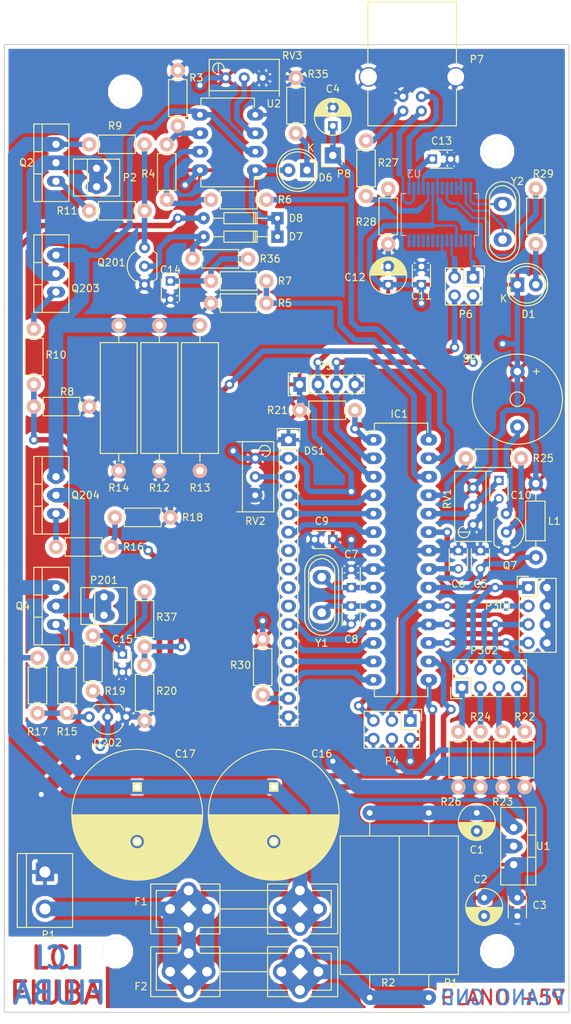
<source format=kicad_pcb>
(kicad_pcb (version 4) (host pcbnew 4.0.4+e1-6308~48~ubuntu16.04.1-stable)
  (layers (0 F.Cu signal) (31 B.Cu signal) (34 B.Paste user) (35 F.Paste user) (36 B.SilkS user) (37 F.SilkS user) (38 B.Mask user) (39 F.Mask user) (44 Edge.Cuts user))
  (net 0 "")
  (net 1 +24V)
  (net 2 GND)
  (net 3 +5V)
  (net 4 "Net-(R3-Pad2)")
  (net 5 "Net-(C10-Pad1)")
  (net 6 "Net-(C1-Pad1)")
  (net 7 /Circuito_pulsos/SENS_CORRIENTE)
  (net 8 "Net-(C5-Pad2)")
  (net 9 "Net-(C6-Pad2)")
  (net 10 "Net-(C7-Pad1)")
  (net 11 "Net-(C8-Pad1)")
  (net 12 "Net-(C13-Pad1)")
  (net 13 "Net-(C14-Pad1)")
  (net 14 "Net-(C15-Pad1)")
  (net 15 "Net-(D1-Pad2)")
  (net 16 "Net-(D6-Pad1)")
  (net 17 "Net-(D6-Pad2)")
  (net 18 /Circuito_pulsos/Limitador_corriente_1)
  (net 19 /Circuito_pulsos/Limitador_corriente_2)
  (net 20 "Net-(DS1-Pad3)")
  (net 21 /Logica/LCD_RS)
  (net 22 /Logica/LCD_RW)
  (net 23 /Logica/LCD_E)
  (net 24 "Net-(DS1-Pad7)")
  (net 25 "Net-(DS1-Pad8)")
  (net 26 "Net-(DS1-Pad9)")
  (net 27 "Net-(DS1-Pad10)")
  (net 28 /Logica/LCD_D4)
  (net 29 /Logica/LCD_D5)
  (net 30 /Logica/LCD_D6)
  (net 31 /Logica/LCD_D7)
  (net 32 "Net-(DS1-Pad15)")
  (net 33 "Net-(F1-Pad1)")
  (net 34 "Net-(F2-Pad2)")
  (net 35 /Logica/RST)
  (net 36 /Logica/RXD_AVR)
  (net 37 /Logica/TXD_AVR)
  (net 38 /Logica/Pulse1)
  (net 39 /Circuito_pulsos/PWM1)
  (net 40 /Circuito_pulsos/PWM2)
  (net 41 /Logica/Bot4)
  (net 42 /Logica/Bot3)
  (net 43 /Logica/Bot2)
  (net 44 /Logica/Buzzer)
  (net 45 /Logica/Pulse2)
  (net 46 /Logica/Bot1)
  (net 47 "Net-(P2-Pad1)")
  (net 48 /Logica/TXD_FT232)
  (net 49 /Logica/RXD_FT232)
  (net 50 /Logica/sheet58087D8D/D-)
  (net 51 "Net-(P7-Pad1)")
  (net 52 /Logica/sheet58087D8D/D+)
  (net 53 "Net-(Q2-Pad1)")
  (net 54 "Net-(Q4-Pad1)")
  (net 55 "Net-(Q7-Pad2)")
  (net 56 "Net-(Q7-Pad1)")
  (net 57 "Net-(R4-Pad1)")
  (net 58 /Circuito_pulsos/Corr_sens)
  (net 59 /Logica/sheet58087D8D/Reset)
  (net 60 /Logica/sheet58087D8D/LED_UART)
  (net 61 "Net-(RV3-Pad2)")
  (net 62 "Net-(U3-Pad2)")
  (net 63 "Net-(U3-Pad3)")
  (net 64 "Net-(U3-Pad6)")
  (net 65 "Net-(U3-Pad9)")
  (net 66 "Net-(U3-Pad10)")
  (net 67 "Net-(U3-Pad11)")
  (net 68 "Net-(U3-Pad12)")
  (net 69 "Net-(U3-Pad13)")
  (net 70 "Net-(U3-Pad14)")
  (net 71 "Net-(U3-Pad22)")
  (net 72 "Net-(U3-Pad27)")
  (net 73 "Net-(U3-Pad28)")
  (net 74 "Net-(P201-Pad1)")
  (net 75 "Net-(Q201-Pad3)")
  (net 76 "Net-(Q202-Pad3)")
  (net 77 "Net-(Q203-Pad1)")
  (net 78 "Net-(Q204-Pad1)")
  (net 79 "Net-(P302-Pad1)")
  (net 80 "Net-(P302-Pad3)")
  (net 81 "Net-(P302-Pad5)")
  (net 82 "Net-(P302-Pad7)")
  (net 83 "Net-(U3-Pad8)")
  (net 84 "Net-(U3-Pad24)")
  (module Resistors_ThroughHole:Resistor_Horizontal_RM7mm (layer F.Cu) (at 227.076 49.784)
    (fp_text reference R36 (at 10.668 0) (layer F.SilkS))
    (fp_text value 100)
    (pad 1 thru_hole circle (at 0 0) (size 1.99898 1.99898) (drill 1.00076) (layers *.Cu *.SilkS *.Mask) (net 18 /Circuito_pulsos/Limitador_corriente_1))
    (pad 2 thru_hole circle (at 7.62 0) (size 1.99898 1.99898) (drill 1.00076) (layers *.Cu *.SilkS *.Mask) (net 13 "Net-(C14-Pad1)"))
  )
  (module Capacitors_ThroughHole:C_Disc_D3_P2.5 (layer F.Cu) (at 224.028 52.832 270)
    (fp_text reference C14 (at -1.524 0 360) (layer F.SilkS))
    (fp_text value C)
    (pad 1 thru_hole rect (at 0 0 270) (size 1.3 1.3) (drill 0.8) (layers *.Cu *.Mask) (net 13 "Net-(C14-Pad1)"))
    (pad 2 thru_hole circle (at 2.5 0 270) (size 1.3 1.3) (drill 0.8001) (layers *.Cu *.Mask) (net 2 GND))
  )
  (module Resistors_ThroughHole:Resistor_Horizontal_RM7mm (layer F.Cu) (at 220.472 34.036 180)
    (fp_text reference R9 (at 4.064 2.54 180) (layer F.SilkS))
    (fp_text value 10k)
    (pad 1 thru_hole circle (at 0 0 180) (size 1.99898 1.99898) (drill 1.00076) (layers *.Cu *.SilkS *.Mask) (net 75 "Net-(Q201-Pad3)"))
    (pad 2 thru_hole circle (at 7.62 0 180) (size 1.99898 1.99898) (drill 1.00076) (layers *.Cu *.SilkS *.Mask) (net 1 +24V))
  )
  (module Housings_SSOP:SSOP-28_5.3x10.2mm_Pitch0.65mm (layer B.Cu) (at 261.112 43.688 90)
    (fp_text reference U3 (at 5.588 -3.556 180) (layer B.SilkS) (effects (justify mirror)))
    (fp_text value FT232RL)
    (pad 1 smd rect (at -3.6 4.225 90) (size 1.75 0.45) (layers B.Cu B.Paste B.Mask) (net 48 /Logica/TXD_FT232))
    (pad 2 smd rect (at -3.6 3.575 90) (size 1.75 0.45) (layers B.Cu B.Paste B.Mask) (net 62 "Net-(U3-Pad2)"))
    (pad 3 smd rect (at -3.6 2.925 90) (size 1.75 0.45) (layers B.Cu B.Paste B.Mask) (net 63 "Net-(U3-Pad3)"))
    (pad 4 smd rect (at -3.6 2.275 90) (size 1.75 0.45) (layers B.Cu B.Paste B.Mask) (net 3 +5V))
    (pad 5 smd rect (at -3.6 1.625 90) (size 1.75 0.45) (layers B.Cu B.Paste B.Mask) (net 49 /Logica/RXD_FT232))
    (pad 6 smd rect (at -3.6 0.975 90) (size 1.75 0.45) (layers B.Cu B.Paste B.Mask) (net 64 "Net-(U3-Pad6)"))
    (pad 7 smd rect (at -3.6 0.325 90) (size 1.75 0.45) (layers B.Cu B.Paste B.Mask) (net 2 GND))
    (pad 8 smd rect (at -3.6 -0.325 90) (size 1.75 0.45) (layers B.Cu B.Paste B.Mask) (net 83 "Net-(U3-Pad8)"))
    (pad 9 smd rect (at -3.6 -0.975 90) (size 1.75 0.45) (layers B.Cu B.Paste B.Mask) (net 65 "Net-(U3-Pad9)"))
    (pad 10 smd rect (at -3.6 -1.625 90) (size 1.75 0.45) (layers B.Cu B.Paste B.Mask) (net 66 "Net-(U3-Pad10)"))
    (pad 11 smd rect (at -3.6 -2.275 90) (size 1.75 0.45) (layers B.Cu B.Paste B.Mask) (net 67 "Net-(U3-Pad11)"))
    (pad 12 smd rect (at -3.6 -2.925 90) (size 1.75 0.45) (layers B.Cu B.Paste B.Mask) (net 68 "Net-(U3-Pad12)"))
    (pad 13 smd rect (at -3.6 -3.575 90) (size 1.75 0.45) (layers B.Cu B.Paste B.Mask) (net 69 "Net-(U3-Pad13)"))
    (pad 14 smd rect (at -3.6 -4.225 90) (size 1.75 0.45) (layers B.Cu B.Paste B.Mask) (net 70 "Net-(U3-Pad14)"))
    (pad 15 smd rect (at 3.6 -4.225 90) (size 1.75 0.45) (layers B.Cu B.Paste B.Mask) (net 52 /Logica/sheet58087D8D/D+))
    (pad 16 smd rect (at 3.6 -3.575 90) (size 1.75 0.45) (layers B.Cu B.Paste B.Mask) (net 50 /Logica/sheet58087D8D/D-))
    (pad 17 smd rect (at 3.6 -2.925 90) (size 1.75 0.45) (layers B.Cu B.Paste B.Mask) (net 12 "Net-(C13-Pad1)"))
    (pad 18 smd rect (at 3.6 -2.275 90) (size 1.75 0.45) (layers B.Cu B.Paste B.Mask) (net 2 GND))
    (pad 19 smd rect (at 3.6 -1.625 90) (size 1.75 0.45) (layers B.Cu B.Paste B.Mask) (net 59 /Logica/sheet58087D8D/Reset))
    (pad 20 smd rect (at 3.6 -0.975 90) (size 1.75 0.45) (layers B.Cu B.Paste B.Mask) (net 3 +5V))
    (pad 21 smd rect (at 3.6 -0.325 90) (size 1.75 0.45) (layers B.Cu B.Paste B.Mask) (net 2 GND))
    (pad 22 smd rect (at 3.6 0.325 90) (size 1.75 0.45) (layers B.Cu B.Paste B.Mask) (net 71 "Net-(U3-Pad22)"))
    (pad 23 smd rect (at 3.6 0.975 90) (size 1.75 0.45) (layers B.Cu B.Paste B.Mask) (net 60 /Logica/sheet58087D8D/LED_UART))
    (pad 24 smd rect (at 3.6 1.625 90) (size 1.75 0.45) (layers B.Cu B.Paste B.Mask) (net 84 "Net-(U3-Pad24)"))
    (pad 25 smd rect (at 3.6 2.275 90) (size 1.75 0.45) (layers B.Cu B.Paste B.Mask) (net 2 GND))
    (pad 26 smd rect (at 3.6 2.925 90) (size 1.75 0.45) (layers B.Cu B.Paste B.Mask) (net 2 GND))
    (pad 27 smd rect (at 3.6 3.575 90) (size 1.75 0.45) (layers B.Cu B.Paste B.Mask) (net 72 "Net-(U3-Pad27)"))
    (pad 28 smd rect (at 3.6 4.225 90) (size 1.75 0.45) (layers B.Cu B.Paste B.Mask) (net 73 "Net-(U3-Pad28)"))
  )
  (module LEDs:LED-5MM (layer F.Cu) (at 271.78 53.34)
    (fp_text reference D1 (at 1.524 4.064) (layer F.SilkS))
    (fp_text value LED)
    (fp_text user K (at -1.905 1.905) (layer F.SilkS))
    (pad 1 thru_hole rect (at 0 0 90) (size 2 1.9) (drill 1.00076) (layers *.Cu *.Mask) (net 3 +5V))
    (pad 2 thru_hole circle (at 2.54 0) (size 1.9 1.9) (drill 1.00076) (layers *.Cu *.Mask) (net 15 "Net-(D1-Pad2)"))
  )
  (module Potentiometers:Potentiometer_Bourns_3296W_3-8Zoll_Inline_ScrewUp (layer F.Cu) (at 235.712 77.216 180)
    (fp_text reference RV2 (at 0 -8.636 180) (layer F.SilkS))
    (fp_text value 10k)
    (pad 2 thru_hole circle (at 0 -2.54 180) (size 1.524 1.524) (drill 0.8128) (layers *.Cu *.Mask) (net 20 "Net-(DS1-Pad3)"))
    (pad 3 thru_hole circle (at 0 -5.08 180) (size 1.524 1.524) (drill 0.8128) (layers *.Cu *.Mask) (net 2 GND))
    (pad 1 thru_hole circle (at 0 0 180) (size 1.524 1.524) (drill 0.8128) (layers *.Cu *.Mask) (net 3 +5V))
  )
  (module Resistors_ThroughHole:Resistor_Horizontal_RM20mm (layer F.Cu) (at 222.504 58.928 270)
    (fp_text reference R12 (at 22.352 0 360) (layer F.SilkS))
    (fp_text value 0.1)
    (pad 1 thru_hole circle (at 0 0 270) (size 1.99898 1.99898) (drill 1.00076) (layers *.Cu *.SilkS *.Mask) (net 58 /Circuito_pulsos/Corr_sens))
    (pad 2 thru_hole circle (at 20 0 270) (size 1.99898 1.99898) (drill 1.00076) (layers *.Cu *.SilkS *.Mask) (net 2 GND))
  )
  (module Mounting_Holes:MountingHole_3-7mm (layer F.Cu) (at 269 35)
    (fp_text reference P16 hide)
    (fp_text value CONN_01X01 hide)
    (pad 1 thru_hole circle (at 0 0) (size 3.70078 3.70078) (drill 3.70078) (layers))
  )
  (module Mounting_Holes:MountingHole_3-7mm (layer F.Cu) (at 269 145)
    (fp_text reference P17 hide)
    (fp_text value CONN_01X01 hide)
    (pad 1 thru_hole circle (at 0 0) (size 3.70078 3.70078) (drill 3.70078) (layers))
  )
  (module Mounting_Holes:MountingHole_3-7mm (layer F.Cu) (at 216.535 145.034)
    (fp_text reference P18 hide)
    (fp_text value CONN_01X01 hide)
    (pad 1 thru_hole circle (at 0 0) (size 3.70078 3.70078) (drill 3.70078) (layers))
  )
  (module Mounting_Holes:MountingHole_3-7mm (layer F.Cu) (at 217.805 26.797)
    (fp_text reference P19 hide)
    (fp_text value CONN_01X01 hide)
    (pad 1 thru_hole circle (at 0 0) (size 3.70078 3.70078) (drill 3.70078) (layers))
  )
  (module Capacitors_ThroughHole:C_Radial_D5_L11_P2.5 (layer F.Cu) (at 266.192 125.984 270)
    (fp_text reference C1 (at 5.08 0 360) (layer F.SilkS))
    (fp_text value "100uF 50v")
    (pad 1 thru_hole rect (at 0 0 270) (size 1.3 1.3) (drill 0.8) (layers *.Cu *.Mask) (net 6 "Net-(C1-Pad1)"))
    (pad 2 thru_hole circle (at 2.5 0 270) (size 1.3 1.3) (drill 0.8) (layers *.Cu *.Mask) (net 2 GND))
  )
  (module Capacitors_ThroughHole:C_Radial_D5_L11_P2.5 (layer F.Cu) (at 267.208 137.668 270)
    (fp_text reference C2 (at -2.54 0.508 360) (layer F.SilkS))
    (fp_text value "100uF 50v")
    (pad 1 thru_hole rect (at 0 0 270) (size 1.3 1.3) (drill 0.8) (layers *.Cu *.Mask) (net 3 +5V))
    (pad 2 thru_hole circle (at 2.5 0 270) (size 1.3 1.3) (drill 0.8) (layers *.Cu *.Mask) (net 2 GND))
  )
  (module Capacitors_ThroughHole:C_Disc_D3_P2.5 (layer F.Cu) (at 271.78 137.668 270)
    (fp_text reference C3 (at 1.016 -3.048 360) (layer F.SilkS))
    (fp_text value 100n)
    (pad 1 thru_hole rect (at 0 0 270) (size 1.3 1.3) (drill 0.8) (layers *.Cu *.Mask) (net 3 +5V))
    (pad 2 thru_hole circle (at 2.5 0 270) (size 1.3 1.3) (drill 0.8001) (layers *.Cu *.Mask) (net 2 GND))
  )
  (module Capacitors_ThroughHole:C_Radial_D5_L11_P2.5 (layer F.Cu) (at 246.38 31.496 90)
    (fp_text reference C4 (at 5.08 0 180) (layer F.SilkS))
    (fp_text value 10uF)
    (pad 1 thru_hole rect (at 0 0 90) (size 1.3 1.3) (drill 0.8) (layers *.Cu *.Mask) (net 7 /Circuito_pulsos/SENS_CORRIENTE))
    (pad 2 thru_hole circle (at 2.5 0 90) (size 1.3 1.3) (drill 0.8) (layers *.Cu *.Mask) (net 2 GND))
  )
  (module Capacitors_ThroughHole:C_Radial_D5_L11_P2.5 (layer F.Cu) (at 254 53.34 90)
    (fp_text reference C12 (at 1.016 -4.572 180) (layer F.SilkS))
    (fp_text value 10uF)
    (pad 1 thru_hole rect (at 0 0 90) (size 1.3 1.3) (drill 0.8) (layers *.Cu *.Mask) (net 3 +5V))
    (pad 2 thru_hole circle (at 2.5 0 90) (size 1.3 1.3) (drill 0.8) (layers *.Cu *.Mask) (net 2 GND))
  )
  (module Capacitors_ThroughHole:C_Disc_D3_P2.5 (layer F.Cu) (at 217.424 104.14 270)
    (fp_text reference C15 (at -2.032 0 360) (layer F.SilkS))
    (fp_text value C)
    (pad 1 thru_hole rect (at 0 0 270) (size 1.3 1.3) (drill 0.8) (layers *.Cu *.Mask) (net 14 "Net-(C15-Pad1)"))
    (pad 2 thru_hole circle (at 2.5 0 270) (size 1.3 1.3) (drill 0.8001) (layers *.Cu *.Mask) (net 2 GND))
  )
  (module Capacitors_ThroughHole:C_Radial_D18_L36_P7.5 (layer F.Cu) (at 238.252 122.428 270)
    (fp_text reference C16 (at -4.572 -6.604 360) (layer F.SilkS))
    (fp_text value 2200uFx35V)
    (pad 1 thru_hole rect (at 0 0 270) (size 1.3 1.3) (drill 0.8) (layers *.Cu *.Mask F.SilkS) (net 1 +24V))
    (pad 2 thru_hole circle (at 7.5 0 270) (size 1.3 1.3) (drill 0.8) (layers *.Cu *.Mask F.SilkS) (net 2 GND))
  )
  (module LEDs:LED-5MM (layer F.Cu) (at 242.824 37.592 180)
    (fp_text reference D6 (at -2.54 -1.016 180) (layer F.SilkS))
    (fp_text value LED)
    (fp_text user K (at -0.508 3.048 180) (layer F.SilkS))
    (pad 1 thru_hole rect (at 0 0 270) (size 2 1.9) (drill 1.00076) (layers *.Cu *.Mask) (net 16 "Net-(D6-Pad1)"))
    (pad 2 thru_hole circle (at 2.54 0 180) (size 1.9 1.9) (drill 1.00076) (layers *.Cu *.Mask) (net 17 "Net-(D6-Pad2)"))
  )
  (module Diodes_ThroughHole:Diode_DO-35_SOD27_Horizontal_RM10 (layer F.Cu) (at 238.76 46.736 180)
    (fp_text reference D7 (at -2.54 0 180) (layer F.SilkS))
    (fp_text value 1N4148)
    (pad 2 thru_hole circle (at 10.16052 -0.00254) (size 1.69926 1.69926) (drill 0.70104) (layers *.Cu *.Mask) (net 18 /Circuito_pulsos/Limitador_corriente_1))
    (pad 1 thru_hole rect (at 0.00052 -0.00254) (size 1.69926 1.69926) (drill 0.70104) (layers *.Cu *.Mask) (net 17 "Net-(D6-Pad2)"))
  )
  (module Diodes_ThroughHole:Diode_DO-35_SOD27_Horizontal_RM10 (layer F.Cu) (at 238.76 44.196 180)
    (fp_text reference D8 (at -2.54 0 180) (layer F.SilkS))
    (fp_text value 1N4148)
    (pad 2 thru_hole circle (at 10.16052 -0.00254) (size 1.69926 1.69926) (drill 0.70104) (layers *.Cu *.Mask) (net 19 /Circuito_pulsos/Limitador_corriente_2))
    (pad 1 thru_hole rect (at 0.00052 -0.00254) (size 1.69926 1.69926) (drill 0.70104) (layers *.Cu *.Mask) (net 17 "Net-(D6-Pad2)"))
  )
  (module Pin_Headers:Pin_Header_Straight_1x16 (layer F.Cu) (at 240.284 74.676)
    (fp_text reference DS1 (at 3.556 1.524) (layer F.SilkS))
    (fp_text value LCD16X2)
    (pad 1 thru_hole rect (at 0 0) (size 2.032 1.7272) (drill 1.016) (layers *.Cu *.Mask) (net 2 GND))
    (pad 2 thru_hole oval (at 0 2.54) (size 2.032 1.7272) (drill 1.016) (layers *.Cu *.Mask) (net 3 +5V))
    (pad 3 thru_hole oval (at 0 5.08) (size 2.032 1.7272) (drill 1.016) (layers *.Cu *.Mask) (net 20 "Net-(DS1-Pad3)"))
    (pad 4 thru_hole oval (at 0 7.62) (size 2.032 1.7272) (drill 1.016) (layers *.Cu *.Mask) (net 21 /Logica/LCD_RS))
    (pad 5 thru_hole oval (at 0 10.16) (size 2.032 1.7272) (drill 1.016) (layers *.Cu *.Mask) (net 22 /Logica/LCD_RW))
    (pad 6 thru_hole oval (at 0 12.7) (size 2.032 1.7272) (drill 1.016) (layers *.Cu *.Mask) (net 23 /Logica/LCD_E))
    (pad 7 thru_hole oval (at 0 15.24) (size 2.032 1.7272) (drill 1.016) (layers *.Cu *.Mask) (net 24 "Net-(DS1-Pad7)"))
    (pad 8 thru_hole oval (at 0 17.78) (size 2.032 1.7272) (drill 1.016) (layers *.Cu *.Mask) (net 25 "Net-(DS1-Pad8)"))
    (pad 9 thru_hole oval (at 0 20.32) (size 2.032 1.7272) (drill 1.016) (layers *.Cu *.Mask) (net 26 "Net-(DS1-Pad9)"))
    (pad 10 thru_hole oval (at 0 22.86) (size 2.032 1.7272) (drill 1.016) (layers *.Cu *.Mask) (net 27 "Net-(DS1-Pad10)"))
    (pad 11 thru_hole oval (at 0 25.4) (size 2.032 1.7272) (drill 1.016) (layers *.Cu *.Mask) (net 28 /Logica/LCD_D4))
    (pad 12 thru_hole oval (at 0 27.94) (size 2.032 1.7272) (drill 1.016) (layers *.Cu *.Mask) (net 29 /Logica/LCD_D5))
    (pad 13 thru_hole oval (at 0 30.48) (size 2.032 1.7272) (drill 1.016) (layers *.Cu *.Mask) (net 30 /Logica/LCD_D6))
    (pad 14 thru_hole oval (at 0 33.02) (size 2.032 1.7272) (drill 1.016) (layers *.Cu *.Mask) (net 31 /Logica/LCD_D7))
    (pad 15 thru_hole oval (at 0 35.56) (size 2.032 1.7272) (drill 1.016) (layers *.Cu *.Mask) (net 32 "Net-(DS1-Pad15)"))
    (pad 16 thru_hole oval (at 0 38.1) (size 2.032 1.7272) (drill 1.016) (layers *.Cu *.Mask) (net 2 GND))
  )
  (module Fuse_Holders_and_Fuses:Fuseholder5x20_horiz_open_universal_Type-III (layer F.Cu) (at 234.188 139.192)
    (fp_text reference F1 (at -14.224 -1.016) (layer F.SilkS))
    (fp_text value FUSE)
    (pad 2 thru_hole circle (at 5.12064 0) (size 2.3495 2.3495) (drill 1.34874) (layers *.Cu *.Mask) (net 1 +24V))
    (pad 2 thru_hole circle (at 10.20064 0) (size 2.3495 2.3495) (drill 1.34874) (layers *.Cu *.Mask) (net 1 +24V))
    (pad 1 thru_hole circle (at -5.1181 0) (size 2.3495 2.3495) (drill 1.34874) (layers *.Cu *.Mask) (net 33 "Net-(F1-Pad1)"))
    (pad 1 thru_hole circle (at -10.1981 0) (size 2.3495 2.3495) (drill 1.34874) (layers *.Cu *.Mask) (net 33 "Net-(F1-Pad1)"))
    (pad 2 thru_hole circle (at 7.66064 -2.54) (size 2.3495 2.3495) (drill 1.34874) (layers *.Cu *.Mask) (net 1 +24V))
    (pad 2 thru_hole circle (at 7.66064 2.54) (size 2.3495 2.3495) (drill 1.34874) (layers *.Cu *.Mask) (net 1 +24V))
    (pad 1 thru_hole circle (at -7.6581 -2.54) (size 2.3495 2.3495) (drill 1.34874) (layers *.Cu *.Mask) (net 33 "Net-(F1-Pad1)"))
    (pad 1 thru_hole circle (at -7.6581 2.54) (size 2.3495 2.3495) (drill 1.34874) (layers *.Cu *.Mask) (net 33 "Net-(F1-Pad1)"))
  )
  (module Fuse_Holders_and_Fuses:Fuseholder5x20_horiz_open_universal_Type-III (layer F.Cu) (at 234.188 147.828)
    (fp_text reference F2 (at -14.224 2.032) (layer F.SilkS))
    (fp_text value FUSE)
    (pad 2 thru_hole circle (at 5.12064 0) (size 2.3495 2.3495) (drill 1.34874) (layers *.Cu *.Mask) (net 34 "Net-(F2-Pad2)"))
    (pad 2 thru_hole circle (at 10.20064 0) (size 2.3495 2.3495) (drill 1.34874) (layers *.Cu *.Mask) (net 34 "Net-(F2-Pad2)"))
    (pad 1 thru_hole circle (at -5.1181 0) (size 2.3495 2.3495) (drill 1.34874) (layers *.Cu *.Mask) (net 33 "Net-(F1-Pad1)"))
    (pad 1 thru_hole circle (at -10.1981 0) (size 2.3495 2.3495) (drill 1.34874) (layers *.Cu *.Mask) (net 33 "Net-(F1-Pad1)"))
    (pad 2 thru_hole circle (at 7.66064 -2.54) (size 2.3495 2.3495) (drill 1.34874) (layers *.Cu *.Mask) (net 34 "Net-(F2-Pad2)"))
    (pad 2 thru_hole circle (at 7.66064 2.54) (size 2.3495 2.3495) (drill 1.34874) (layers *.Cu *.Mask) (net 34 "Net-(F2-Pad2)"))
    (pad 1 thru_hole circle (at -7.6581 -2.54) (size 2.3495 2.3495) (drill 1.34874) (layers *.Cu *.Mask) (net 33 "Net-(F1-Pad1)"))
    (pad 1 thru_hole circle (at -7.6581 2.54) (size 2.3495 2.3495) (drill 1.34874) (layers *.Cu *.Mask) (net 33 "Net-(F1-Pad1)"))
  )
  (module Housings_DIP:DIP-28_W7.62mm_LongPads (layer F.Cu) (at 251.968 74.676)
    (fp_text reference IC1 (at 3.556 -3.556) (layer F.SilkS))
    (fp_text value ATMEGA8-P)
    (pad 1 thru_hole oval (at 0 0) (size 2.3 1.6) (drill 0.8) (layers *.Cu *.Mask) (net 35 /Logica/RST))
    (pad 2 thru_hole oval (at 0 2.54) (size 2.3 1.6) (drill 0.8) (layers *.Cu *.Mask) (net 36 /Logica/RXD_AVR))
    (pad 3 thru_hole oval (at 0 5.08) (size 2.3 1.6) (drill 0.8) (layers *.Cu *.Mask) (net 37 /Logica/TXD_AVR))
    (pad 4 thru_hole oval (at 0 7.62) (size 2.3 1.6) (drill 0.8) (layers *.Cu *.Mask) (net 21 /Logica/LCD_RS))
    (pad 5 thru_hole oval (at 0 10.16) (size 2.3 1.6) (drill 0.8) (layers *.Cu *.Mask) (net 22 /Logica/LCD_RW))
    (pad 6 thru_hole oval (at 0 12.7) (size 2.3 1.6) (drill 0.8) (layers *.Cu *.Mask) (net 23 /Logica/LCD_E))
    (pad 7 thru_hole oval (at 0 15.24) (size 2.3 1.6) (drill 0.8) (layers *.Cu *.Mask) (net 3 +5V))
    (pad 8 thru_hole oval (at 0 17.78) (size 2.3 1.6) (drill 0.8) (layers *.Cu *.Mask) (net 2 GND))
    (pad 9 thru_hole oval (at 0 20.32) (size 2.3 1.6) (drill 0.8) (layers *.Cu *.Mask) (net 10 "Net-(C7-Pad1)"))
    (pad 10 thru_hole oval (at 0 22.86) (size 2.3 1.6) (drill 0.8) (layers *.Cu *.Mask) (net 11 "Net-(C8-Pad1)"))
    (pad 11 thru_hole oval (at 0 25.4) (size 2.3 1.6) (drill 0.8) (layers *.Cu *.Mask) (net 28 /Logica/LCD_D4))
    (pad 12 thru_hole oval (at 0 27.94) (size 2.3 1.6) (drill 0.8) (layers *.Cu *.Mask) (net 29 /Logica/LCD_D5))
    (pad 13 thru_hole oval (at 0 30.48) (size 2.3 1.6) (drill 0.8) (layers *.Cu *.Mask) (net 30 /Logica/LCD_D6))
    (pad 14 thru_hole oval (at 0 33.02) (size 2.3 1.6) (drill 0.8) (layers *.Cu *.Mask) (net 31 /Logica/LCD_D7))
    (pad 15 thru_hole oval (at 7.62 33.02) (size 2.3 1.6) (drill 0.8) (layers *.Cu *.Mask) (net 39 /Circuito_pulsos/PWM1))
    (pad 16 thru_hole oval (at 7.62 30.48) (size 2.3 1.6) (drill 0.8) (layers *.Cu *.Mask) (net 40 /Circuito_pulsos/PWM2))
    (pad 17 thru_hole oval (at 7.62 27.94) (size 2.3 1.6) (drill 0.8) (layers *.Cu *.Mask) (net 41 /Logica/Bot4))
    (pad 18 thru_hole oval (at 7.62 25.4) (size 2.3 1.6) (drill 0.8) (layers *.Cu *.Mask) (net 42 /Logica/Bot3))
    (pad 19 thru_hole oval (at 7.62 22.86) (size 2.3 1.6) (drill 0.8) (layers *.Cu *.Mask) (net 43 /Logica/Bot2))
    (pad 20 thru_hole oval (at 7.62 20.32) (size 2.3 1.6) (drill 0.8) (layers *.Cu *.Mask) (net 8 "Net-(C5-Pad2)"))
    (pad 21 thru_hole oval (at 7.62 17.78) (size 2.3 1.6) (drill 0.8) (layers *.Cu *.Mask) (net 9 "Net-(C6-Pad2)"))
    (pad 22 thru_hole oval (at 7.62 15.24) (size 2.3 1.6) (drill 0.8) (layers *.Cu *.Mask) (net 2 GND))
    (pad 23 thru_hole oval (at 7.62 12.7) (size 2.3 1.6) (drill 0.8) (layers *.Cu *.Mask) (net 46 /Logica/Bot1))
    (pad 24 thru_hole oval (at 7.62 10.16) (size 2.3 1.6) (drill 0.8) (layers *.Cu *.Mask) (net 5 "Net-(C10-Pad1)"))
    (pad 25 thru_hole oval (at 7.62 7.62) (size 2.3 1.6) (drill 0.8) (layers *.Cu *.Mask) (net 44 /Logica/Buzzer))
    (pad 26 thru_hole oval (at 7.62 5.08) (size 2.3 1.6) (drill 0.8) (layers *.Cu *.Mask) (net 45 /Logica/Pulse2))
    (pad 27 thru_hole oval (at 7.62 2.54) (size 2.3 1.6) (drill 0.8) (layers *.Cu *.Mask) (net 7 /Circuito_pulsos/SENS_CORRIENTE))
    (pad 28 thru_hole oval (at 7.62 0) (size 2.3 1.6) (drill 0.8) (layers *.Cu *.Mask) (net 38 /Logica/Pulse1))
  )
  (module Choke_Axial_ThroughHole:Choke_Horizontal_RM10mm (layer F.Cu) (at 274.32 85.852 90)
    (fp_text reference L1 (at 0 2.54 180) (layer F.SilkS))
    (fp_text value INDUCTOR)
    (pad 1 thru_hole circle (at -5.00126 0 90) (size 1.99898 1.99898) (drill 1.00076) (layers *.Cu *.Mask) (net 8 "Net-(C5-Pad2)"))
    (pad 2 thru_hole circle (at 5.15874 0 90) (size 1.99898 1.99898) (drill 1.00076) (layers *.Cu *.Mask) (net 3 +5V))
  )
  (module Connect:bornier2 (layer F.Cu) (at 206.756 136.652 270)
    (fp_text reference P1 (at 6.096 -0.508 360) (layer F.SilkS))
    (fp_text value Entrada_alimentacion)
    (pad 1 thru_hole rect (at -2.54 0 270) (size 2.54 2.54) (drill 1.524) (layers *.Cu *.Mask) (net 2 GND))
    (pad 2 thru_hole circle (at 2.54 0 270) (size 2.54 2.54) (drill 1.524) (layers *.Cu *.Mask) (net 33 "Net-(F1-Pad1)"))
  )
  (module Pin_Headers:Pin_Header_Straight_2x03 (layer F.Cu) (at 257.048 113.284 270)
    (fp_text reference P4 (at 5.588 2.54 360) (layer F.SilkS))
    (fp_text value Conector_Prog)
    (pad 1 thru_hole rect (at 0 0 270) (size 1.7272 1.7272) (drill 1.016) (layers *.Cu *.Mask) (net 42 /Logica/Bot3))
    (pad 2 thru_hole oval (at 2.54 0 270) (size 1.7272 1.7272) (drill 1.016) (layers *.Cu *.Mask) (net 3 +5V))
    (pad 3 thru_hole oval (at 0 2.54 270) (size 1.7272 1.7272) (drill 1.016) (layers *.Cu *.Mask) (net 43 /Logica/Bot2))
    (pad 4 thru_hole oval (at 2.54 2.54 270) (size 1.7272 1.7272) (drill 1.016) (layers *.Cu *.Mask) (net 41 /Logica/Bot4))
    (pad 5 thru_hole oval (at 0 5.08 270) (size 1.7272 1.7272) (drill 1.016) (layers *.Cu *.Mask) (net 35 /Logica/RST))
    (pad 6 thru_hole oval (at 2.54 5.08 270) (size 1.7272 1.7272) (drill 1.016) (layers *.Cu *.Mask) (net 2 GND))
  )
  (module Pin_Headers:Pin_Header_Straight_1x04 (layer F.Cu) (at 241.808 67.056 90)
    (fp_text reference P5 (at 2.54 3.556 180) (layer F.SilkS))
    (fp_text value Conector_Serial)
    (pad 1 thru_hole rect (at 0 0 90) (size 2.032 1.7272) (drill 1.016) (layers *.Cu *.Mask) (net 3 +5V))
    (pad 2 thru_hole oval (at 0 2.54 90) (size 2.032 1.7272) (drill 1.016) (layers *.Cu *.Mask) (net 37 /Logica/TXD_AVR))
    (pad 3 thru_hole oval (at 0 5.08 90) (size 2.032 1.7272) (drill 1.016) (layers *.Cu *.Mask) (net 36 /Logica/RXD_AVR))
    (pad 4 thru_hole oval (at 0 7.62 90) (size 2.032 1.7272) (drill 1.016) (layers *.Cu *.Mask) (net 2 GND))
  )
  (module Pin_Headers:Pin_Header_Straight_2x02 (layer F.Cu) (at 265.684 52.324 270)
    (fp_text reference P6 (at 5.08 1.016 360) (layer F.SilkS))
    (fp_text value CONN_02X02)
    (pad 1 thru_hole rect (at 0 0 270) (size 1.7272 1.7272) (drill 1.016) (layers *.Cu *.Mask) (net 48 /Logica/TXD_FT232))
    (pad 2 thru_hole oval (at 2.54 0 270) (size 1.7272 1.7272) (drill 1.016) (layers *.Cu *.Mask) (net 36 /Logica/RXD_AVR))
    (pad 3 thru_hole oval (at 0 2.54 270) (size 1.7272 1.7272) (drill 1.016) (layers *.Cu *.Mask) (net 49 /Logica/RXD_FT232))
    (pad 4 thru_hole oval (at 2.54 2.54 270) (size 1.7272 1.7272) (drill 1.016) (layers *.Cu *.Mask) (net 37 /Logica/TXD_AVR))
  )
  (module Connect:USB_B (layer F.Cu) (at 256.032 29.464 90)
    (fp_text reference P7 (at 7.112 10.16 180) (layer F.SilkS))
    (fp_text value USB_B)
    (pad 2 thru_hole circle (at 0 2.54) (size 1.524 1.524) (drill 0.8128) (layers *.Cu *.Mask) (net 50 /Logica/sheet58087D8D/D-))
    (pad 1 thru_hole circle (at 0 0) (size 1.524 1.524) (drill 0.8128) (layers *.Cu *.Mask) (net 51 "Net-(P7-Pad1)"))
    (pad 4 thru_hole circle (at 1.99898 0) (size 1.524 1.524) (drill 0.8128) (layers *.Cu *.Mask) (net 2 GND))
    (pad 3 thru_hole circle (at 1.99898 2.54) (size 1.524 1.524) (drill 0.8128) (layers *.Cu *.Mask) (net 52 /Logica/sheet58087D8D/D+))
    (pad 5 thru_hole circle (at 4.699 7.26948) (size 2.70002 2.70002) (drill 2.30124) (layers *.Cu *.Mask) (net 2 GND))
    (pad 5 thru_hole circle (at 4.699 -4.72948) (size 2.70002 2.70002) (drill 2.30124) (layers *.Cu *.Mask) (net 2 GND))
  )
  (module Pin_Headers:Pin_Header_Straight_1x01 (layer F.Cu) (at 246.38 35.56 90)
    (fp_text reference P8 (at -2.54 1.524 180) (layer F.SilkS))
    (fp_text value CONN_01X01)
    (pad 1 thru_hole rect (at 0 0 90) (size 2.2352 2.2352) (drill 1.016) (layers *.Cu *.Mask) (net 7 /Circuito_pulsos/SENS_CORRIENTE))
  )
  (module Pin_Headers:Pin_Header_Straight_2x04 (layer F.Cu) (at 273.304 94.996)
    (fp_text reference P301 (at -4.064 2.54) (layer F.SilkS))
    (fp_text value Botones)
    (pad 1 thru_hole rect (at 0 0) (size 1.7272 1.7272) (drill 1.016) (layers *.Cu *.Mask) (net 46 /Logica/Bot1))
    (pad 2 thru_hole oval (at 2.54 0) (size 1.7272 1.7272) (drill 1.016) (layers *.Cu *.Mask) (net 2 GND))
    (pad 3 thru_hole oval (at 0 2.54) (size 1.7272 1.7272) (drill 1.016) (layers *.Cu *.Mask) (net 43 /Logica/Bot2))
    (pad 4 thru_hole oval (at 2.54 2.54) (size 1.7272 1.7272) (drill 1.016) (layers *.Cu *.Mask) (net 2 GND))
    (pad 5 thru_hole oval (at 0 5.08) (size 1.7272 1.7272) (drill 1.016) (layers *.Cu *.Mask) (net 42 /Logica/Bot3))
    (pad 6 thru_hole oval (at 2.54 5.08) (size 1.7272 1.7272) (drill 1.016) (layers *.Cu *.Mask) (net 2 GND))
    (pad 7 thru_hole oval (at 0 7.62) (size 1.7272 1.7272) (drill 1.016) (layers *.Cu *.Mask) (net 41 /Logica/Bot4))
    (pad 8 thru_hole oval (at 2.54 7.62) (size 1.7272 1.7272) (drill 1.016) (layers *.Cu *.Mask) (net 2 GND))
  )
  (module TO_SOT_Packages_THT:TO-220_Neutral123_Vertical (layer F.Cu) (at 208.28 36.576 90)
    (fp_text reference Q2 (at 0 -4.064 180) (layer F.SilkS))
    (fp_text value TIP127)
    (pad 2 thru_hole oval (at 0 0 180) (size 2.49936 1.50114) (drill 1.00076) (layers *.Cu *.Mask) (net 47 "Net-(P2-Pad1)"))
    (pad 1 thru_hole oval (at -2.54 0 180) (size 2.49936 1.50114) (drill 1.00076) (layers *.Cu *.Mask) (net 53 "Net-(Q2-Pad1)"))
    (pad 3 thru_hole oval (at 2.54 0 180) (size 2.49936 1.50114) (drill 1.00076) (layers *.Cu *.Mask) (net 1 +24V))
  )
  (module TO_SOT_Packages_THT:TO-220_Neutral123_Vertical (layer F.Cu) (at 208.28 97.536 90)
    (fp_text reference Q4 (at 0 -4.572 180) (layer F.SilkS))
    (fp_text value TIP127)
    (pad 2 thru_hole oval (at 0 0 180) (size 2.49936 1.50114) (drill 1.00076) (layers *.Cu *.Mask) (net 74 "Net-(P201-Pad1)"))
    (pad 1 thru_hole oval (at -2.54 0 180) (size 2.49936 1.50114) (drill 1.00076) (layers *.Cu *.Mask) (net 54 "Net-(Q4-Pad1)"))
    (pad 3 thru_hole oval (at 2.54 0 180) (size 2.49936 1.50114) (drill 1.00076) (layers *.Cu *.Mask) (net 1 +24V))
  )
  (module TO_SOT_Packages_THT:TO-92_Inline_Wide (layer F.Cu) (at 220.472 53.34 90)
    (fp_text reference Q201 (at 3.048 -4.572 360) (layer F.SilkS))
    (fp_text value 2N2222)
    (pad 2 thru_hole circle (at 2.54 0 180) (size 1.524 1.524) (drill 0.8) (layers *.Cu *.Mask) (net 18 /Circuito_pulsos/Limitador_corriente_1))
    (pad 3 thru_hole circle (at 5.08 0 180) (size 1.524 1.524) (drill 0.8) (layers *.Cu *.Mask) (net 75 "Net-(Q201-Pad3)"))
    (pad 1 thru_hole circle (at 0 0 180) (size 1.524 1.524) (drill 0.8) (layers *.Cu *.Mask) (net 2 GND))
  )
  (module TO_SOT_Packages_THT:TO-92_Inline_Wide (layer F.Cu) (at 217.932 112.776 180)
    (fp_text reference Q202 (at 2.54 -3.556 360) (layer F.SilkS))
    (fp_text value 2N2222)
    (pad 2 thru_hole circle (at 2.54 0 270) (size 1.524 1.524) (drill 0.8) (layers *.Cu *.Mask) (net 19 /Circuito_pulsos/Limitador_corriente_2))
    (pad 3 thru_hole circle (at 5.08 0 270) (size 1.524 1.524) (drill 0.8) (layers *.Cu *.Mask) (net 76 "Net-(Q202-Pad3)"))
    (pad 1 thru_hole circle (at 0 0 270) (size 1.524 1.524) (drill 0.8) (layers *.Cu *.Mask) (net 2 GND))
  )
  (module TO_SOT_Packages_THT:TO-220_Neutral123_Vertical (layer F.Cu) (at 208.28 51.816 90)
    (fp_text reference Q203 (at -2.032 4.064 180) (layer F.SilkS))
    (fp_text value IRFZ46N)
    (pad 2 thru_hole oval (at 0 0 180) (size 2.49936 1.50114) (drill 1.00076) (layers *.Cu *.Mask) (net 47 "Net-(P2-Pad1)"))
    (pad 1 thru_hole oval (at -2.54 0 180) (size 2.49936 1.50114) (drill 1.00076) (layers *.Cu *.Mask) (net 77 "Net-(Q203-Pad1)"))
    (pad 3 thru_hole oval (at 2.54 0 180) (size 2.49936 1.50114) (drill 1.00076) (layers *.Cu *.Mask) (net 58 /Circuito_pulsos/Corr_sens))
  )
  (module TO_SOT_Packages_THT:TO-220_Neutral123_Vertical (layer F.Cu) (at 208.28 82.296 90)
    (fp_text reference Q204 (at 0 4.064 180) (layer F.SilkS))
    (fp_text value IRFZ46N)
    (pad 2 thru_hole oval (at 0 0 180) (size 2.49936 1.50114) (drill 1.00076) (layers *.Cu *.Mask) (net 74 "Net-(P201-Pad1)"))
    (pad 1 thru_hole oval (at -2.54 0 180) (size 2.49936 1.50114) (drill 1.00076) (layers *.Cu *.Mask) (net 78 "Net-(Q204-Pad1)"))
    (pad 3 thru_hole oval (at 2.54 0 180) (size 2.49936 1.50114) (drill 1.00076) (layers *.Cu *.Mask) (net 58 /Circuito_pulsos/Corr_sens))
  )
  (module Resistors_ThroughHole:Resistor_Horizontal_RM7mm (layer F.Cu) (at 225.044 23.876 270)
    (fp_text reference R3 (at 1.016 -2.54 360) (layer F.SilkS))
    (fp_text value 1k)
    (pad 1 thru_hole circle (at 0 0 270) (size 1.99898 1.99898) (drill 1.00076) (layers *.Cu *.SilkS *.Mask) (net 2 GND))
    (pad 2 thru_hole circle (at 7.62 0 270) (size 1.99898 1.99898) (drill 1.00076) (layers *.Cu *.SilkS *.Mask) (net 4 "Net-(R3-Pad2)"))
  )
  (module Resistors_ThroughHole:Resistor_Horizontal_RM7mm (layer F.Cu) (at 223.52 41.656 90)
    (fp_text reference R4 (at 3.556 -2.54 180) (layer F.SilkS))
    (fp_text value 10k)
    (pad 1 thru_hole circle (at 0 0 90) (size 1.99898 1.99898) (drill 1.00076) (layers *.Cu *.SilkS *.Mask) (net 57 "Net-(R4-Pad1)"))
    (pad 2 thru_hole circle (at 7.62 0 90) (size 1.99898 1.99898) (drill 1.00076) (layers *.Cu *.SilkS *.Mask) (net 4 "Net-(R3-Pad2)"))
  )
  (module Resistors_ThroughHole:Resistor_Horizontal_RM7mm (layer F.Cu) (at 229.616 55.88)
    (fp_text reference R5 (at 10.16 0) (layer F.SilkS))
    (fp_text value 10k)
    (pad 1 thru_hole circle (at 0 0) (size 1.99898 1.99898) (drill 1.00076) (layers *.Cu *.SilkS *.Mask) (net 2 GND))
    (pad 2 thru_hole circle (at 7.62 0) (size 1.99898 1.99898) (drill 1.00076) (layers *.Cu *.SilkS *.Mask) (net 38 /Logica/Pulse1))
  )
  (module Resistors_ThroughHole:Resistor_Horizontal_RM7mm (layer F.Cu) (at 237.236 41.656 180)
    (fp_text reference R6 (at -2.54 0 180) (layer F.SilkS))
    (fp_text value 1k)
    (pad 1 thru_hole circle (at 0 0 180) (size 1.99898 1.99898) (drill 1.00076) (layers *.Cu *.SilkS *.Mask) (net 7 /Circuito_pulsos/SENS_CORRIENTE))
    (pad 2 thru_hole circle (at 7.62 0 180) (size 1.99898 1.99898) (drill 1.00076) (layers *.Cu *.SilkS *.Mask) (net 57 "Net-(R4-Pad1)"))
  )
  (module Resistors_ThroughHole:Resistor_Horizontal_RM7mm (layer F.Cu) (at 229.616 52.832)
    (fp_text reference R7 (at 10.16 0) (layer F.SilkS))
    (fp_text value 330)
    (pad 1 thru_hole circle (at 0 0) (size 1.99898 1.99898) (drill 1.00076) (layers *.Cu *.SilkS *.Mask) (net 13 "Net-(C14-Pad1)"))
    (pad 2 thru_hole circle (at 7.62 0) (size 1.99898 1.99898) (drill 1.00076) (layers *.Cu *.SilkS *.Mask) (net 38 /Logica/Pulse1))
  )
  (module Resistors_ThroughHole:Resistor_Horizontal_RM7mm (layer F.Cu) (at 205.232 70.104)
    (fp_text reference R8 (at 4.572 -2.032) (layer F.SilkS))
    (fp_text value 10k)
    (pad 1 thru_hole circle (at 0 0) (size 1.99898 1.99898) (drill 1.00076) (layers *.Cu *.SilkS *.Mask) (net 39 /Circuito_pulsos/PWM1))
    (pad 2 thru_hole circle (at 7.62 0) (size 1.99898 1.99898) (drill 1.00076) (layers *.Cu *.SilkS *.Mask) (net 2 GND))
  )
  (module Resistors_ThroughHole:Resistor_Horizontal_RM7mm (layer F.Cu) (at 205.232 59.436 270)
    (fp_text reference R10 (at 3.556 -3.048 360) (layer F.SilkS))
    (fp_text value 470)
    (pad 1 thru_hole circle (at 0 0 270) (size 1.99898 1.99898) (drill 1.00076) (layers *.Cu *.SilkS *.Mask) (net 77 "Net-(Q203-Pad1)"))
    (pad 2 thru_hole circle (at 7.62 0 270) (size 1.99898 1.99898) (drill 1.00076) (layers *.Cu *.SilkS *.Mask) (net 39 /Circuito_pulsos/PWM1))
  )
  (module Resistors_ThroughHole:Resistor_Horizontal_RM7mm (layer F.Cu) (at 220.472 43.18 180)
    (fp_text reference R11 (at 10.668 0 180) (layer F.SilkS))
    (fp_text value 470)
    (pad 1 thru_hole circle (at 0 0 180) (size 1.99898 1.99898) (drill 1.00076) (layers *.Cu *.SilkS *.Mask) (net 75 "Net-(Q201-Pad3)"))
    (pad 2 thru_hole circle (at 7.62 0 180) (size 1.99898 1.99898) (drill 1.00076) (layers *.Cu *.SilkS *.Mask) (net 53 "Net-(Q2-Pad1)"))
  )
  (module Resistors_ThroughHole:Resistor_Horizontal_RM20mm (layer F.Cu) (at 228.092 58.928 270)
    (fp_text reference R13 (at 22.352 0 360) (layer F.SilkS))
    (fp_text value 0.1)
    (pad 1 thru_hole circle (at 0 0 270) (size 1.99898 1.99898) (drill 1.00076) (layers *.Cu *.SilkS *.Mask) (net 58 /Circuito_pulsos/Corr_sens))
    (pad 2 thru_hole circle (at 20 0 270) (size 1.99898 1.99898) (drill 1.00076) (layers *.Cu *.SilkS *.Mask) (net 2 GND))
  )
  (module Resistors_ThroughHole:Resistor_Horizontal_RM20mm (layer F.Cu) (at 216.916 58.928 270)
    (fp_text reference R14 (at 22.352 0 360) (layer F.SilkS))
    (fp_text value 0.1)
    (pad 1 thru_hole circle (at 0 0 270) (size 1.99898 1.99898) (drill 1.00076) (layers *.Cu *.SilkS *.Mask) (net 58 /Circuito_pulsos/Corr_sens))
    (pad 2 thru_hole circle (at 20 0 270) (size 1.99898 1.99898) (drill 1.00076) (layers *.Cu *.SilkS *.Mask) (net 2 GND))
  )
  (module Resistors_ThroughHole:Resistor_Horizontal_RM7mm (layer F.Cu) (at 209.804 112.268 90)
    (fp_text reference R15 (at -2.54 0 180) (layer F.SilkS))
    (fp_text value 470)
    (pad 1 thru_hole circle (at 0 0 90) (size 1.99898 1.99898) (drill 1.00076) (layers *.Cu *.SilkS *.Mask) (net 76 "Net-(Q202-Pad3)"))
    (pad 2 thru_hole circle (at 7.62 0 90) (size 1.99898 1.99898) (drill 1.00076) (layers *.Cu *.SilkS *.Mask) (net 54 "Net-(Q4-Pad1)"))
  )
  (module Resistors_ThroughHole:Resistor_Horizontal_RM7mm (layer F.Cu) (at 208.28 89.408)
    (fp_text reference R16 (at 10.668 0) (layer F.SilkS))
    (fp_text value 470)
    (pad 1 thru_hole circle (at 0 0) (size 1.99898 1.99898) (drill 1.00076) (layers *.Cu *.SilkS *.Mask) (net 78 "Net-(Q204-Pad1)"))
    (pad 2 thru_hole circle (at 7.62 0) (size 1.99898 1.99898) (drill 1.00076) (layers *.Cu *.SilkS *.Mask) (net 40 /Circuito_pulsos/PWM2))
  )
  (module Resistors_ThroughHole:Resistor_Horizontal_RM7mm (layer F.Cu) (at 205.74 112.268 90)
    (fp_text reference R17 (at -2.54 0 180) (layer F.SilkS))
    (fp_text value 10k)
    (pad 1 thru_hole circle (at 0 0 90) (size 1.99898 1.99898) (drill 1.00076) (layers *.Cu *.SilkS *.Mask) (net 76 "Net-(Q202-Pad3)"))
    (pad 2 thru_hole circle (at 7.62 0 90) (size 1.99898 1.99898) (drill 1.00076) (layers *.Cu *.SilkS *.Mask) (net 1 +24V))
  )
  (module Resistors_ThroughHole:Resistor_Horizontal_RM7mm (layer F.Cu) (at 216.408 85.344)
    (fp_text reference R18 (at 10.668 0) (layer F.SilkS))
    (fp_text value 10k)
    (pad 1 thru_hole circle (at 0 0) (size 1.99898 1.99898) (drill 1.00076) (layers *.Cu *.SilkS *.Mask) (net 40 /Circuito_pulsos/PWM2))
    (pad 2 thru_hole circle (at 7.62 0) (size 1.99898 1.99898) (drill 1.00076) (layers *.Cu *.SilkS *.Mask) (net 2 GND))
  )
  (module Resistors_ThroughHole:Resistor_Horizontal_RM7mm (layer F.Cu) (at 213.36 109.22 90)
    (fp_text reference R19 (at 0 3.048 180) (layer F.SilkS))
    (fp_text value 100)
    (pad 1 thru_hole circle (at 0 0 90) (size 1.99898 1.99898) (drill 1.00076) (layers *.Cu *.SilkS *.Mask) (net 19 /Circuito_pulsos/Limitador_corriente_2))
    (pad 2 thru_hole circle (at 7.62 0 90) (size 1.99898 1.99898) (drill 1.00076) (layers *.Cu *.SilkS *.Mask) (net 14 "Net-(C15-Pad1)"))
  )
  (module Resistors_ThroughHole:Resistor_Horizontal_RM7mm (layer F.Cu) (at 220.472 113.284 90)
    (fp_text reference R20 (at 4.064 3.048 180) (layer F.SilkS))
    (fp_text value 10k)
    (pad 1 thru_hole circle (at 0 0 90) (size 1.99898 1.99898) (drill 1.00076) (layers *.Cu *.SilkS *.Mask) (net 2 GND))
    (pad 2 thru_hole circle (at 7.62 0 90) (size 1.99898 1.99898) (drill 1.00076) (layers *.Cu *.SilkS *.Mask) (net 45 /Logica/Pulse2))
  )
  (module Resistors_ThroughHole:Resistor_Horizontal_RM7mm (layer F.Cu) (at 241.808 70.612)
    (fp_text reference R21 (at -3.048 0) (layer F.SilkS))
    (fp_text value 10k)
    (pad 1 thru_hole circle (at 0 0) (size 1.99898 1.99898) (drill 1.00076) (layers *.Cu *.SilkS *.Mask) (net 3 +5V))
    (pad 2 thru_hole circle (at 7.62 0) (size 1.99898 1.99898) (drill 1.00076) (layers *.Cu *.SilkS *.Mask) (net 35 /Logica/RST))
  )
  (module Resistors_ThroughHole:Resistor_Horizontal_RM7mm (layer F.Cu) (at 272.796 122.428 90)
    (fp_text reference R22 (at 9.652 0 180) (layer F.SilkS))
    (fp_text value 10k)
    (pad 1 thru_hole circle (at 0 0 90) (size 1.99898 1.99898) (drill 1.00076) (layers *.Cu *.SilkS *.Mask) (net 3 +5V))
    (pad 2 thru_hole circle (at 7.62 0 90) (size 1.99898 1.99898) (drill 1.00076) (layers *.Cu *.SilkS *.Mask) (net 82 "Net-(P302-Pad7)"))
  )
  (module Resistors_ThroughHole:Resistor_Horizontal_RM7mm (layer F.Cu) (at 269.748 122.428 90)
    (fp_text reference R23 (at -2.032 0 180) (layer F.SilkS))
    (fp_text value 10k)
    (pad 1 thru_hole circle (at 0 0 90) (size 1.99898 1.99898) (drill 1.00076) (layers *.Cu *.SilkS *.Mask) (net 3 +5V))
    (pad 2 thru_hole circle (at 7.62 0 90) (size 1.99898 1.99898) (drill 1.00076) (layers *.Cu *.SilkS *.Mask) (net 81 "Net-(P302-Pad5)"))
  )
  (module Resistors_ThroughHole:Resistor_Horizontal_RM7mm (layer F.Cu) (at 266.7 122.428 90)
    (fp_text reference R24 (at 9.652 0 180) (layer F.SilkS))
    (fp_text value 10k)
    (pad 1 thru_hole circle (at 0 0 90) (size 1.99898 1.99898) (drill 1.00076) (layers *.Cu *.SilkS *.Mask) (net 3 +5V))
    (pad 2 thru_hole circle (at 7.62 0 90) (size 1.99898 1.99898) (drill 1.00076) (layers *.Cu *.SilkS *.Mask) (net 80 "Net-(P302-Pad3)"))
  )
  (module Resistors_ThroughHole:Resistor_Horizontal_RM7mm (layer F.Cu) (at 272.288 77.216 180)
    (fp_text reference R25 (at -3.048 0 180) (layer F.SilkS))
    (fp_text value 1k)
    (pad 1 thru_hole circle (at 0 0 180) (size 1.99898 1.99898) (drill 1.00076) (layers *.Cu *.SilkS *.Mask) (net 55 "Net-(Q7-Pad2)"))
    (pad 2 thru_hole circle (at 7.62 0 180) (size 1.99898 1.99898) (drill 1.00076) (layers *.Cu *.SilkS *.Mask) (net 44 /Logica/Buzzer))
  )
  (module Resistors_ThroughHole:Resistor_Horizontal_RM7mm (layer F.Cu) (at 263.652 122.428 90)
    (fp_text reference R26 (at -2.032 -1.016 180) (layer F.SilkS))
    (fp_text value 10k)
    (pad 1 thru_hole circle (at 0 0 90) (size 1.99898 1.99898) (drill 1.00076) (layers *.Cu *.SilkS *.Mask) (net 3 +5V))
    (pad 2 thru_hole circle (at 7.62 0 90) (size 1.99898 1.99898) (drill 1.00076) (layers *.Cu *.SilkS *.Mask) (net 79 "Net-(P302-Pad1)"))
  )
  (module Resistors_ThroughHole:Resistor_Horizontal_RM7mm (layer F.Cu) (at 250.952 33.528 270)
    (fp_text reference R27 (at 3.048 -3.048 360) (layer F.SilkS))
    (fp_text value 4.7k)
    (pad 1 thru_hole circle (at 0 0 270) (size 1.99898 1.99898) (drill 1.00076) (layers *.Cu *.SilkS *.Mask) (net 51 "Net-(P7-Pad1)"))
    (pad 2 thru_hole circle (at 7.62 0 270) (size 1.99898 1.99898) (drill 1.00076) (layers *.Cu *.SilkS *.Mask) (net 59 /Logica/sheet58087D8D/Reset))
  )
  (module Resistors_ThroughHole:Resistor_Horizontal_RM7mm (layer F.Cu) (at 254 40.132 270)
    (fp_text reference R28 (at 4.572 3.048 360) (layer F.SilkS))
    (fp_text value 10k)
    (pad 1 thru_hole circle (at 0 0 270) (size 1.99898 1.99898) (drill 1.00076) (layers *.Cu *.SilkS *.Mask) (net 59 /Logica/sheet58087D8D/Reset))
    (pad 2 thru_hole circle (at 7.62 0 270) (size 1.99898 1.99898) (drill 1.00076) (layers *.Cu *.SilkS *.Mask) (net 2 GND))
  )
  (module Resistors_ThroughHole:Resistor_Horizontal_RM7mm (layer F.Cu) (at 274.32 47.752 90)
    (fp_text reference R29 (at 9.652 1.016 180) (layer F.SilkS))
    (fp_text value 270)
    (pad 1 thru_hole circle (at 0 0 90) (size 1.99898 1.99898) (drill 1.00076) (layers *.Cu *.SilkS *.Mask) (net 15 "Net-(D1-Pad2)"))
    (pad 2 thru_hole circle (at 7.62 0 90) (size 1.99898 1.99898) (drill 1.00076) (layers *.Cu *.SilkS *.Mask) (net 60 /Logica/sheet58087D8D/LED_UART))
  )
  (module Resistors_ThroughHole:Resistor_Horizontal_RM7mm (layer F.Cu) (at 236.728 102.108 270)
    (fp_text reference R30 (at 3.556 3.048 360) (layer F.SilkS))
    (fp_text value 330)
    (pad 1 thru_hole circle (at 0 0 270) (size 1.99898 1.99898) (drill 1.00076) (layers *.Cu *.SilkS *.Mask) (net 3 +5V))
    (pad 2 thru_hole circle (at 7.62 0 270) (size 1.99898 1.99898) (drill 1.00076) (layers *.Cu *.SilkS *.Mask) (net 32 "Net-(DS1-Pad15)"))
  )
  (module Resistors_ThroughHole:Resistor_Horizontal_RM7mm (layer F.Cu) (at 241.3 24.892 270)
    (fp_text reference R35 (at -0.508 -3.048 360) (layer F.SilkS))
    (fp_text value 470)
    (pad 1 thru_hole circle (at 0 0 270) (size 1.99898 1.99898) (drill 1.00076) (layers *.Cu *.SilkS *.Mask) (net 2 GND))
    (pad 2 thru_hole circle (at 7.62 0 270) (size 1.99898 1.99898) (drill 1.00076) (layers *.Cu *.SilkS *.Mask) (net 16 "Net-(D6-Pad1)"))
  )
  (module Resistors_ThroughHole:Resistor_Horizontal_RM7mm (layer F.Cu) (at 220.472 95.504 270)
    (fp_text reference R37 (at 3.556 -3.048 360) (layer F.SilkS))
    (fp_text value 330)
    (pad 1 thru_hole circle (at 0 0 270) (size 1.99898 1.99898) (drill 1.00076) (layers *.Cu *.SilkS *.Mask) (net 14 "Net-(C15-Pad1)"))
    (pad 2 thru_hole circle (at 7.62 0 270) (size 1.99898 1.99898) (drill 1.00076) (layers *.Cu *.SilkS *.Mask) (net 45 /Logica/Pulse2))
  )
  (module Potentiometers:Potentiometer_Bourns_3296W_3-8Zoll_Inline_ScrewUp (layer F.Cu) (at 265.684 86.36)
    (fp_text reference RV1 (at -3.556 -3.556 90) (layer F.SilkS))
    (fp_text value POT)
    (pad 2 thru_hole circle (at 0 -2.54) (size 1.524 1.524) (drill 0.8128) (layers *.Cu *.Mask) (net 5 "Net-(C10-Pad1)"))
    (pad 3 thru_hole circle (at 0 -5.08) (size 1.524 1.524) (drill 0.8128) (layers *.Cu *.Mask) (net 3 +5V))
    (pad 1 thru_hole circle (at 0 0) (size 1.524 1.524) (drill 0.8128) (layers *.Cu *.Mask) (net 2 GND))
  )
  (module Potentiometers:Potentiometer_Bourns_3296W_3-8Zoll_Inline_ScrewUp (layer F.Cu) (at 231.648 24.892 270)
    (fp_text reference RV3 (at -3.048 -9.144 360) (layer F.SilkS))
    (fp_text value 10k)
    (pad 2 thru_hole circle (at 0 -2.54 270) (size 1.524 1.524) (drill 0.8128) (layers *.Cu *.Mask) (net 61 "Net-(RV3-Pad2)"))
    (pad 3 thru_hole circle (at 0 -5.08 270) (size 1.524 1.524) (drill 0.8128) (layers *.Cu *.Mask) (net 2 GND))
    (pad 1 thru_hole circle (at 0 0 270) (size 1.524 1.524) (drill 0.8128) (layers *.Cu *.Mask) (net 3 +5V))
  )
  (module Buzzers_Beepers:Buzzer_12x9.5RM7.6 (layer F.Cu) (at 271.78 69.088 270)
    (fp_text reference SP1 (at -5.588 6.096 360) (layer F.SilkS))
    (fp_text value BUZZER)
    (fp_text user + (at -3.81 -2.54 270) (layer F.SilkS))
    (pad 1 thru_hole circle (at -3.79984 0 270) (size 2 2) (drill 1.00076) (layers *.Cu *.Mask) (net 3 +5V))
    (pad 2 thru_hole circle (at 3.79984 0 270) (size 2 2) (drill 1.00076) (layers *.Cu *.Mask) (net 56 "Net-(Q7-Pad1)"))
  )
  (module Housings_DIP:DIP-8_W7.62mm_LongPads (layer F.Cu) (at 235.712 37.592 180)
    (fp_text reference U2 (at -2.54 9.144 180) (layer F.SilkS))
    (fp_text value LM358)
    (pad 1 thru_hole oval (at 0 0 180) (size 2.3 1.6) (drill 0.8) (layers *.Cu *.Mask) (net 17 "Net-(D6-Pad2)"))
    (pad 2 thru_hole oval (at 0 2.54 180) (size 2.3 1.6) (drill 0.8) (layers *.Cu *.Mask) (net 58 /Circuito_pulsos/Corr_sens))
    (pad 3 thru_hole oval (at 0 5.08 180) (size 2.3 1.6) (drill 0.8) (layers *.Cu *.Mask) (net 61 "Net-(RV3-Pad2)"))
    (pad 4 thru_hole oval (at 0 7.62 180) (size 2.3 1.6) (drill 0.8) (layers *.Cu *.Mask) (net 2 GND))
    (pad 5 thru_hole oval (at 7.62 7.62 180) (size 2.3 1.6) (drill 0.8) (layers *.Cu *.Mask) (net 58 /Circuito_pulsos/Corr_sens))
    (pad 6 thru_hole oval (at 7.62 5.08 180) (size 2.3 1.6) (drill 0.8) (layers *.Cu *.Mask) (net 4 "Net-(R3-Pad2)"))
    (pad 7 thru_hole oval (at 7.62 2.54 180) (size 2.3 1.6) (drill 0.8) (layers *.Cu *.Mask) (net 57 "Net-(R4-Pad1)"))
    (pad 8 thru_hole oval (at 7.62 0 180) (size 2.3 1.6) (drill 0.8) (layers *.Cu *.Mask) (net 3 +5V))
  )
  (module Crystals:Crystal_HC50-U_Vertical (layer F.Cu) (at 244.856 96.012 270)
    (fp_text reference Y1 (at 6.604 0 360) (layer F.SilkS))
    (fp_text value 8MHz)
    (pad 1 thru_hole oval (at -2.44094 0 270) (size 1.99898 2.49936) (drill 1.19888) (layers *.Cu *.Mask) (net 10 "Net-(C7-Pad1)"))
    (pad 2 thru_hole oval (at 2.44094 0 270) (size 1.99898 2.49936) (drill 1.19888) (layers *.Cu *.Mask) (net 11 "Net-(C8-Pad1)"))
  )
  (module Crystals:Crystal_HC50-U_Vertical (layer F.Cu) (at 269.748 44.704 90)
    (fp_text reference Y2 (at 5.588 2.032 180) (layer F.SilkS))
    (fp_text value "Cristal 12MHz")
    (pad 1 thru_hole oval (at -2.44094 0 90) (size 1.99898 2.49936) (drill 1.19888) (layers *.Cu *.Mask) (net 72 "Net-(U3-Pad27)"))
    (pad 2 thru_hole oval (at 2.44094 0 90) (size 1.99898 2.49936) (drill 1.19888) (layers *.Cu *.Mask) (net 73 "Net-(U3-Pad28)"))
  )
  (module TO_SOT_Packages_THT:TO-220_Neutral123_Vertical (layer F.Cu) (at 271.272 130.556 270)
    (fp_text reference U1 (at 0 -4.064 360) (layer F.SilkS))
    (fp_text value LM7805)
    (pad 2 thru_hole oval (at 0 0) (size 2.49936 1.50114) (drill 1.00076) (layers *.Cu *.Mask) (net 2 GND))
    (pad 1 thru_hole oval (at -2.54 0) (size 2.49936 1.50114) (drill 1.00076) (layers *.Cu *.Mask) (net 6 "Net-(C1-Pad1)"))
    (pad 3 thru_hole oval (at 2.54 0) (size 2.49936 1.50114) (drill 1.00076) (layers *.Cu *.Mask) (net 3 +5V))
  )
  (module Resistors_ThroughHole:Resistor_Ceramic_Horizontal_L19mm-W8mm-H8mm-p25mm (layer F.Cu) (at 259.588 138.684 270)
    (fp_text reference R1 (at 10.668 -3.048 360) (layer F.SilkS))
    (fp_text value 10)
    (pad 1 thru_hole circle (at -12.7 0 90) (size 1.6 1.6) (drill 0.8) (layers *.Cu *.Mask) (net 6 "Net-(C1-Pad1)"))
    (pad 2 thru_hole circle (at 12.7 0 90) (size 1.6 1.6) (drill 0.8) (layers *.Cu *.Mask) (net 34 "Net-(F2-Pad2)"))
  )
  (module Resistors_ThroughHole:Resistor_Ceramic_Horizontal_L19mm-W8mm-H8mm-p25mm (layer F.Cu) (at 251.46 138.684 270)
    (fp_text reference R2 (at 10.668 -2.54 360) (layer F.SilkS))
    (fp_text value 10)
    (pad 1 thru_hole circle (at -12.7 0 90) (size 1.6 1.6) (drill 0.8) (layers *.Cu *.Mask) (net 6 "Net-(C1-Pad1)"))
    (pad 2 thru_hole circle (at 12.7 0 90) (size 1.6 1.6) (drill 0.8) (layers *.Cu *.Mask) (net 34 "Net-(F2-Pad2)"))
  )
  (module Capacitors_ThroughHole:C_Radial_D18_L36_P7.5 (layer F.Cu) (at 219.456 122.428 270)
    (fp_text reference C17 (at -4.572 -6.604 360) (layer F.SilkS))
    (fp_text value 2200uFx35V)
    (pad 1 thru_hole rect (at 0 0 270) (size 1.3 1.3) (drill 0.8) (layers *.Cu *.Mask F.SilkS) (net 1 +24V))
    (pad 2 thru_hole circle (at 7.5 0 270) (size 1.3 1.3) (drill 0.8) (layers *.Cu *.Mask F.SilkS) (net 2 GND))
  )
  (module Capacitors_ThroughHole:C_Disc_D3_P2.5 (layer F.Cu) (at 248.92 94.996 90)
    (fp_text reference C7 (at 4.572 0 180) (layer F.SilkS))
    (fp_text value 22p)
    (pad 1 thru_hole rect (at 0 0 90) (size 1.3 1.3) (drill 0.8) (layers *.Cu *.Mask) (net 10 "Net-(C7-Pad1)"))
    (pad 2 thru_hole circle (at 2.5 0 90) (size 1.3 1.3) (drill 0.8001) (layers *.Cu *.Mask) (net 2 GND))
  )
  (module Capacitors_ThroughHole:C_Disc_D3_P2.5 (layer F.Cu) (at 248.92 97.536 270)
    (fp_text reference C8 (at 4.572 0 360) (layer F.SilkS))
    (fp_text value 22p)
    (pad 1 thru_hole rect (at 0 0 270) (size 1.3 1.3) (drill 0.8) (layers *.Cu *.Mask) (net 11 "Net-(C8-Pad1)"))
    (pad 2 thru_hole circle (at 2.5 0 270) (size 1.3 1.3) (drill 0.8001) (layers *.Cu *.Mask) (net 2 GND))
  )
  (module Capacitors_ThroughHole:C_Disc_D3_P2.5 (layer F.Cu) (at 266.7 89.916 270)
    (fp_text reference C5 (at 4.572 0 360) (layer F.SilkS))
    (fp_text value 100n)
    (pad 1 thru_hole rect (at 0 0 270) (size 1.3 1.3) (drill 0.8) (layers *.Cu *.Mask) (net 2 GND))
    (pad 2 thru_hole circle (at 2.5 0 270) (size 1.3 1.3) (drill 0.8001) (layers *.Cu *.Mask) (net 8 "Net-(C5-Pad2)"))
  )
  (module Capacitors_ThroughHole:C_Disc_D3_P2.5 (layer F.Cu) (at 263.652 89.916 270)
    (fp_text reference C6 (at 4.572 0 360) (layer F.SilkS))
    (fp_text value 100n)
    (pad 1 thru_hole rect (at 0 0 270) (size 1.3 1.3) (drill 0.8) (layers *.Cu *.Mask) (net 2 GND))
    (pad 2 thru_hole circle (at 2.5 0 270) (size 1.3 1.3) (drill 0.8001) (layers *.Cu *.Mask) (net 9 "Net-(C6-Pad2)"))
  )
  (module Capacitors_ThroughHole:C_Disc_D3_P2.5 (layer F.Cu) (at 246.38 88.392 180)
    (fp_text reference C9 (at 1.524 2.54 180) (layer F.SilkS))
    (fp_text value 100n)
    (pad 1 thru_hole rect (at 0 0 180) (size 1.3 1.3) (drill 0.8) (layers *.Cu *.Mask) (net 3 +5V))
    (pad 2 thru_hole circle (at 2.5 0 180) (size 1.3 1.3) (drill 0.8001) (layers *.Cu *.Mask) (net 2 GND))
  )
  (module Capacitors_ThroughHole:C_Disc_D3_P2.5 (layer F.Cu) (at 269.24 80.264 270)
    (fp_text reference C10 (at 2.032 -3.048 360) (layer F.SilkS))
    (fp_text value 100n)
    (pad 1 thru_hole rect (at 0 0 270) (size 1.3 1.3) (drill 0.8) (layers *.Cu *.Mask) (net 5 "Net-(C10-Pad1)"))
    (pad 2 thru_hole circle (at 2.5 0 270) (size 1.3 1.3) (drill 0.8001) (layers *.Cu *.Mask) (net 2 GND))
  )
  (module Capacitors_ThroughHole:C_Disc_D3_P2.5 (layer F.Cu) (at 258.572 53.34 90)
    (fp_text reference C11 (at -1.524 0 180) (layer F.SilkS))
    (fp_text value 100n)
    (pad 1 thru_hole rect (at 0 0 90) (size 1.3 1.3) (drill 0.8) (layers *.Cu *.Mask) (net 3 +5V))
    (pad 2 thru_hole circle (at 2.5 0 90) (size 1.3 1.3) (drill 0.8001) (layers *.Cu *.Mask) (net 2 GND))
  )
  (module Capacitors_ThroughHole:C_Disc_D3_P2.5 (layer F.Cu) (at 260.096 36.068)
    (fp_text reference C13 (at 1.25 -2.5) (layer F.SilkS))
    (fp_text value 100n)
    (pad 1 thru_hole rect (at 0 0) (size 1.3 1.3) (drill 0.8) (layers *.Cu *.Mask) (net 12 "Net-(C13-Pad1)"))
    (pad 2 thru_hole circle (at 2.5 0) (size 1.3 1.3) (drill 0.8001) (layers *.Cu *.Mask) (net 2 GND))
  )
  (module TO_SOT_Packages_THT:TO-92_Inline_Wide (layer F.Cu) (at 270.256 84.836 270)
    (fp_text reference Q7 (at 7.112 -0.508 540) (layer F.SilkS))
    (fp_text value BC548)
    (pad 2 thru_hole circle (at 2.54 0) (size 1.524 1.524) (drill 0.8) (layers *.Cu *.Mask) (net 55 "Net-(Q7-Pad2)"))
    (pad 3 thru_hole circle (at 5.08 0) (size 1.524 1.524) (drill 0.8) (layers *.Cu *.Mask) (net 2 GND))
    (pad 1 thru_hole circle (at 0 0) (size 1.524 1.524) (drill 0.8) (layers *.Cu *.Mask) (net 56 "Net-(Q7-Pad1)"))
  )
  (module Connect:PINHEAD1-2 (layer F.Cu) (at 213.868 38.608 90)
    (fp_text reference P2 (at 0 4.572 360) (layer F.SilkS))
    (fp_text value SALIDA_1)
    (pad 1 thru_hole oval (at -1.27 0 90) (size 1.50622 3.01498) (drill 0.99822) (layers *.Cu *.Mask) (net 47 "Net-(P2-Pad1)"))
    (pad 2 thru_hole oval (at 1.27 0 90) (size 1.50622 3.01498) (drill 0.99822) (layers *.Cu *.Mask) (net 47 "Net-(P2-Pad1)"))
  )
  (module Connect:PINHEAD1-2 (layer F.Cu) (at 214.884 97.536 90)
    (fp_text reference P201 (at 3.556 0 180) (layer F.SilkS))
    (fp_text value SALIDA_2)
    (pad 1 thru_hole oval (at -1.27 0 90) (size 1.50622 3.01498) (drill 0.99822) (layers *.Cu *.Mask) (net 74 "Net-(P201-Pad1)"))
    (pad 2 thru_hole oval (at 1.27 0 90) (size 1.50622 3.01498) (drill 0.99822) (layers *.Cu *.Mask) (net 74 "Net-(P201-Pad1)"))
  )
  (module Pin_Headers:Pin_Header_Straight_2x04 (layer F.Cu) (at 264.16 108.712 90)
    (fp_text reference P302 (at 5.08 3.048 180) (layer F.SilkS))
    (fp_text value Puente_botones)
    (pad 1 thru_hole rect (at 0 0 90) (size 1.7272 1.7272) (drill 1.016) (layers *.Cu *.Mask) (net 79 "Net-(P302-Pad1)"))
    (pad 2 thru_hole oval (at 2.54 0 90) (size 1.7272 1.7272) (drill 1.016) (layers *.Cu *.Mask) (net 46 /Logica/Bot1))
    (pad 3 thru_hole oval (at 0 2.54 90) (size 1.7272 1.7272) (drill 1.016) (layers *.Cu *.Mask) (net 80 "Net-(P302-Pad3)"))
    (pad 4 thru_hole oval (at 2.54 2.54 90) (size 1.7272 1.7272) (drill 1.016) (layers *.Cu *.Mask) (net 43 /Logica/Bot2))
    (pad 5 thru_hole oval (at 0 5.08 90) (size 1.7272 1.7272) (drill 1.016) (layers *.Cu *.Mask) (net 81 "Net-(P302-Pad5)"))
    (pad 6 thru_hole oval (at 2.54 5.08 90) (size 1.7272 1.7272) (drill 1.016) (layers *.Cu *.Mask) (net 42 /Logica/Bot3))
    (pad 7 thru_hole oval (at 0 7.62 90) (size 1.7272 1.7272) (drill 1.016) (layers *.Cu *.Mask) (net 82 "Net-(P302-Pad7)"))
    (pad 8 thru_hole oval (at 2.54 7.62 90) (size 1.7272 1.7272) (drill 1.016) (layers *.Cu *.Mask) (net 41 /Logica/Bot4))
  )
  (gr_text "PLANO GND" (at 269.748 151.384) (layer B.Cu) (effects (font (size 2 2) (thickness 0.3)) (justify mirror)))
  (gr_text "PLANO +5V" (at 269.748 151.384) (layer F.Cu) (effects (font (size 2 2) (thickness 0.3))))
  (gr_text "LCI\nFIUBA" (at 208.28 148.336) (layer F.Cu) (effects (font (size 3 3) (thickness 0.5))))
  (gr_text "LCI\nFIUBA" (at 208.788 148.336) (layer B.Cu) (effects (font (size 3 3) (thickness 0.5)) (justify mirror)))
  (gr_line (start 278.892 153.416) (end 211.328 153.416) (angle 90) (layer Edge.Cuts) (width 0.15))
  (gr_line (start 278.892 20.32) (end 278.892 153.416) (angle 90) (layer Edge.Cuts) (width 0.15))
  (gr_line (start 276.86 20.32) (end 278.892 20.32) (angle 90) (layer Edge.Cuts) (width 0.15))
  (gr_line (start 275.336 20.32) (end 276.86 20.32) (angle 90) (layer Edge.Cuts) (width 0.15))
  (gr_line (start 201.168 20.32) (end 275.336 20.32) (angle 90) (layer Edge.Cuts) (width 0.15))
  (gr_line (start 201.168 153.416) (end 201.168 20.32) (angle 90) (layer Edge.Cuts) (width 0.15))
  (gr_line (start 211.328 153.416) (end 201.168 153.416) (angle 90) (layer Edge.Cuts) (width 0.15))
  (segment (start 212.852 34.036) (end 208.28 34.036) (width 0.762) (layer B.Cu) (net 1))
  (segment (start 208.28 94.996) (end 202.692 94.996) (width 2.032) (layer B.Cu) (net 1))
  (segment (start 202.692 94.996) (end 202.692 95.504) (width 2.032) (layer B.Cu) (net 1))
  (segment (start 205.74 104.648) (end 202.692 104.648) (width 0.762) (layer B.Cu) (net 1))
  (segment (start 203.2 105.156) (end 202.692 105.156) (width 0.762) (layer B.Cu) (net 1))
  (segment (start 202.692 104.648) (end 203.2 105.156) (width 0.762) (layer B.Cu) (net 1))
  (segment (start 202.692 91.948) (end 202.692 95.504) (width 2.032) (layer B.Cu) (net 1))
  (segment (start 202.692 95.504) (end 202.692 105.156) (width 2.032) (layer B.Cu) (net 1))
  (segment (start 202.692 105.156) (end 202.692 114.808) (width 2.032) (layer B.Cu) (net 1))
  (segment (start 202.692 114.808) (end 203.708 115.824) (width 2.032) (layer B.Cu) (net 1))
  (segment (start 202.692 56.388) (end 202.692 35.56) (width 2.032) (layer B.Cu) (net 1))
  (segment (start 204.216 34.036) (end 208.28 34.036) (width 2.032) (layer B.Cu) (net 1))
  (segment (start 202.692 35.56) (end 204.216 34.036) (width 2.032) (layer B.Cu) (net 1))
  (segment (start 202.692 56.388) (end 202.692 91.948) (width 2.032) (layer B.Cu) (net 1))
  (segment (start 219.456 122.428) (end 210.312 122.428) (width 2.032) (layer B.Cu) (net 1))
  (segment (start 210.312 122.428) (end 203.708 115.824) (width 2.032) (layer B.Cu) (net 1))
  (segment (start 238.252 122.428) (end 219.456 122.428) (width 2.032) (layer B.Cu) (net 1))
  (segment (start 241.84864 136.652) (end 241.84864 126.02464) (width 2.032) (layer B.Cu) (net 1))
  (segment (start 241.84864 126.02464) (end 238.252 122.428) (width 2.032) (layer B.Cu) (net 1))
  (segment (start 239.30864 139.192) (end 241.84864 141.732) (width 2.032) (layer B.Cu) (net 1))
  (segment (start 241.84864 141.732) (end 244.38864 139.192) (width 2.032) (layer B.Cu) (net 1))
  (segment (start 244.38864 139.192) (end 241.84864 136.652) (width 2.032) (layer B.Cu) (net 1))
  (segment (start 241.84864 136.652) (end 239.30864 139.192) (width 2.032) (layer B.Cu) (net 1))
  (segment (start 239.30864 139.192) (end 241.84864 136.652) (width 2.032) (layer B.Cu) (net 1))
  (segment (start 241.3 24.892) (end 242.276 24.892) (width 0.762) (layer B.Cu) (net 2))
  (segment (start 242.276 24.892) (end 246.38 28.996) (width 0.762) (layer B.Cu) (net 2))
  (segment (start 236.728 24.892) (end 241.3 24.892) (width 0.762) (layer B.Cu) (net 2))
  (segment (start 229.616 55.88) (end 229.108 55.88) (width 0.762) (layer B.Cu) (net 2))
  (segment (start 229.108 55.88) (end 231.14 57.912) (width 0.762) (layer B.Cu) (net 2))
  (segment (start 224.028 55.332) (end 229.068 55.332) (width 0.762) (layer B.Cu) (net 2))
  (segment (start 229.068 55.332) (end 229.616 55.88) (width 0.762) (layer B.Cu) (net 2))
  (segment (start 220.472 53.34) (end 221.996 54.864) (width 0.762) (layer B.Cu) (net 2))
  (segment (start 223.56 54.864) (end 224.028 55.332) (width 0.762) (layer B.Cu) (net 2))
  (segment (start 221.996 54.864) (end 223.56 54.864) (width 0.762) (layer B.Cu) (net 2))
  (segment (start 228.092 78.928) (end 228.092 62.992) (width 2.032) (layer B.Cu) (net 2))
  (segment (start 228.092 62.992) (end 231.14 59.944) (width 2.032) (layer B.Cu) (net 2))
  (segment (start 231.14 59.944) (end 231.14 57.912) (width 2.032) (layer B.Cu) (net 2))
  (segment (start 230.632 22.86) (end 226.06 22.86) (width 0.762) (layer B.Cu) (net 2))
  (segment (start 226.06 22.86) (end 225.044 23.876) (width 0.762) (layer B.Cu) (net 2))
  (segment (start 216.916 78.928) (end 216.916 74.168) (width 0.762) (layer B.Cu) (net 2))
  (segment (start 216.916 74.168) (end 212.852 70.104) (width 0.762) (layer B.Cu) (net 2))
  (segment (start 270.256 89.916) (end 271.272 89.916) (width 0.762) (layer B.Cu) (net 2))
  (segment (start 273.812 87.376) (end 276.86 87.376) (width 0.762) (layer B.Cu) (net 2))
  (segment (start 271.272 89.916) (end 273.812 87.376) (width 0.762) (layer B.Cu) (net 2))
  (segment (start 260.787 40.088) (end 260.787 42.347) (width 0.3048) (layer B.Cu) (net 2))
  (segment (start 260.604 50.88) (end 260.564 50.84) (width 0.3048) (layer B.Cu) (net 2))
  (segment (start 260.604 62.992) (end 260.604 50.88) (width 0.3048) (layer B.Cu) (net 2))
  (segment (start 263.144 65.532) (end 260.604 62.992) (width 0.3048) (layer B.Cu) (net 2))
  (segment (start 267.716 65.532) (end 263.144 65.532) (width 0.3048) (layer B.Cu) (net 2))
  (segment (start 267.716 60.452) (end 267.716 65.532) (width 0.3048) (layer B.Cu) (net 2))
  (segment (start 268.732 59.436) (end 267.716 60.452) (width 0.3048) (layer B.Cu) (net 2))
  (segment (start 268.732 51.308) (end 268.732 59.436) (width 0.3048) (layer B.Cu) (net 2))
  (segment (start 266.7 49.276) (end 268.732 51.308) (width 0.3048) (layer B.Cu) (net 2))
  (segment (start 266.7 45.72) (end 266.7 49.276) (width 0.3048) (layer B.Cu) (net 2))
  (segment (start 266.192 45.212) (end 266.7 45.72) (width 0.3048) (layer B.Cu) (net 2))
  (segment (start 264.668 45.212) (end 266.192 45.212) (width 0.3048) (layer B.Cu) (net 2))
  (segment (start 263.144 43.688) (end 264.668 45.212) (width 0.3048) (layer B.Cu) (net 2))
  (segment (start 262.128 43.688) (end 263.144 43.688) (width 0.3048) (layer B.Cu) (net 2))
  (segment (start 260.787 42.347) (end 262.128 43.688) (width 0.3048) (layer B.Cu) (net 2))
  (segment (start 254 47.752) (end 254 50.84) (width 0.762) (layer B.Cu) (net 2))
  (segment (start 228.092 78.928) (end 228.092 118.872) (width 2.032) (layer B.Cu) (net 2))
  (segment (start 217.932 112.776) (end 219.964 112.776) (width 0.762) (layer B.Cu) (net 2))
  (segment (start 219.964 112.776) (end 220.472 113.284) (width 0.762) (layer B.Cu) (net 2))
  (segment (start 217.424 106.64) (end 217.424 112.268) (width 0.762) (layer B.Cu) (net 2))
  (segment (start 217.424 112.268) (end 217.932 112.776) (width 0.762) (layer B.Cu) (net 2))
  (segment (start 217.932 112.776) (end 217.932 118.872) (width 0.762) (layer B.Cu) (net 2))
  (segment (start 217.932 118.872) (end 217.932 118.364) (width 0.762) (layer B.Cu) (net 2))
  (segment (start 217.932 118.364) (end 217.932 118.872) (width 0.762) (layer B.Cu) (net 2))
  (segment (start 266.192 128.484) (end 266.192 129.54) (width 2.032) (layer B.Cu) (net 2))
  (segment (start 266.192 129.54) (end 267.208 130.556) (width 2.032) (layer B.Cu) (net 2))
  (segment (start 236.728 23.876) (end 236.728 24.892) (width 0.762) (layer B.Cu) (net 2))
  (segment (start 235.712 22.86) (end 236.728 23.876) (width 0.762) (layer B.Cu) (net 2))
  (segment (start 230.632 22.86) (end 235.712 22.86) (width 0.762) (layer B.Cu) (net 2))
  (segment (start 232.664 118.872) (end 228.092 118.872) (width 2.032) (layer B.Cu) (net 2))
  (segment (start 228.092 118.872) (end 217.932 118.872) (width 2.032) (layer B.Cu) (net 2))
  (segment (start 217.932 118.872) (end 211.836 118.872) (width 2.032) (layer B.Cu) (net 2))
  (segment (start 206.756 123.952) (end 206.248 123.444) (width 2.032) (layer B.Cu) (net 2))
  (via (at 206.248 123.444) (size 1.3208) (drill 0.7112) (layers F.Cu B.Cu) (net 2))
  (segment (start 206.248 123.444) (end 211.328 118.364) (width 2.032) (layer F.Cu) (net 2))
  (via (at 211.328 118.364) (size 1.3208) (drill 0.7112) (layers F.Cu B.Cu) (net 2))
  (segment (start 206.756 134.112) (end 206.756 123.952) (width 2.032) (layer B.Cu) (net 2))
  (segment (start 211.836 118.872) (end 211.328 118.364) (width 2.032) (layer B.Cu) (net 2))
  (segment (start 235.712 82.296) (end 232.664 82.296) (width 2.032) (layer B.Cu) (net 2))
  (segment (start 231.836 78.928) (end 228.092 78.928) (width 2.032) (layer B.Cu) (net 2))
  (segment (start 232.664 79.756) (end 231.836 78.928) (width 2.032) (layer B.Cu) (net 2))
  (segment (start 232.664 82.296) (end 232.664 79.756) (width 2.032) (layer B.Cu) (net 2))
  (segment (start 262.636 37.592) (end 262.636 35.052) (width 0.762) (layer B.Cu) (net 2))
  (segment (start 262.636 35.052) (end 262.636 35.56) (width 0.762) (layer B.Cu) (net 2))
  (segment (start 262.636 35.56) (end 262.636 35.052) (width 0.762) (layer B.Cu) (net 2))
  (segment (start 262.636 35.052) (end 263.104 34.584) (width 0.762) (layer B.Cu) (net 2))
  (segment (start 263.104 34.584) (end 263.104 34.036) (width 0.762) (layer B.Cu) (net 2))
  (segment (start 260.787 40.088) (end 260.787 37.592) (width 0.3048) (layer B.Cu) (net 2))
  (segment (start 260.787 37.592) (end 260.604 37.592) (width 0.3048) (layer B.Cu) (net 2))
  (segment (start 258.837 40.088) (end 258.837 38.343) (width 0.3048) (layer B.Cu) (net 2))
  (segment (start 264.037 38.485) (end 264.037 40.088) (width 0.3048) (layer B.Cu) (net 2))
  (segment (start 263.144 37.592) (end 264.037 38.485) (width 0.3048) (layer B.Cu) (net 2))
  (segment (start 259.588 37.592) (end 260.604 37.592) (width 0.3048) (layer B.Cu) (net 2))
  (segment (start 260.604 37.592) (end 262.636 37.592) (width 0.3048) (layer B.Cu) (net 2))
  (segment (start 262.636 37.592) (end 263.144 37.592) (width 0.3048) (layer B.Cu) (net 2))
  (segment (start 258.837 38.343) (end 259.588 37.592) (width 0.3048) (layer B.Cu) (net 2))
  (segment (start 263.104 34.036) (end 263.144 34.036) (width 0.762) (layer B.Cu) (net 2))
  (segment (start 261.437 47.288) (end 261.437 49.967) (width 0.3048) (layer B.Cu) (net 2))
  (segment (start 261.437 49.967) (end 260.564 50.84) (width 0.762) (layer B.Cu) (net 2))
  (segment (start 260.564 50.84) (end 258.572 50.84) (width 0.762) (layer B.Cu) (net 2))
  (segment (start 249.428 67.056) (end 254 67.056) (width 0.762) (layer B.Cu) (net 2))
  (segment (start 256.032 88.392) (end 257.556 89.916) (width 0.762) (layer B.Cu) (net 2))
  (segment (start 256.032 69.088) (end 256.032 88.392) (width 0.762) (layer B.Cu) (net 2))
  (segment (start 254 67.056) (end 256.032 69.088) (width 0.762) (layer B.Cu) (net 2))
  (segment (start 258.572 50.84) (end 254 50.84) (width 0.762) (layer B.Cu) (net 2))
  (segment (start 240.284 112.776) (end 240.284 118.364) (width 0.762) (layer B.Cu) (net 2))
  (segment (start 240.284 118.364) (end 240.792 118.872) (width 0.762) (layer B.Cu) (net 2))
  (segment (start 263.30148 24.765) (end 251.30252 24.765) (width 2.032) (layer B.Cu) (net 2))
  (segment (start 272.161 24.765) (end 263.30148 24.765) (width 2.032) (layer B.Cu) (net 2))
  (segment (start 276.86 96.012) (end 276.86 87.376) (width 2.032) (layer B.Cu) (net 2))
  (segment (start 276.86 87.376) (end 276.86 29.464) (width 2.032) (layer B.Cu) (net 2))
  (segment (start 276.86 29.464) (end 272.161 24.765) (width 2.032) (layer B.Cu) (net 2))
  (segment (start 269.24 82.764) (end 269.24 82.804) (width 0.762) (layer B.Cu) (net 2))
  (segment (start 269.24 82.804) (end 265.684 86.36) (width 0.762) (layer B.Cu) (net 2))
  (segment (start 269.24 82.764) (end 269.24 82.804) (width 0.762) (layer B.Cu) (net 2))
  (segment (start 269.24 82.804) (end 265.684 86.36) (width 0.762) (layer B.Cu) (net 2))
  (segment (start 265.684 86.36) (end 265.684 89.916) (width 0.762) (layer B.Cu) (net 2))
  (segment (start 251.968 115.824) (end 243.84 115.824) (width 0.762) (layer B.Cu) (net 2))
  (segment (start 243.84 115.824) (end 240.792 118.872) (width 0.762) (layer B.Cu) (net 2))
  (segment (start 248.92 92.496) (end 247.436 92.496) (width 0.762) (layer B.Cu) (net 2))
  (segment (start 247.436 92.496) (end 243.88 88.94) (width 0.762) (layer B.Cu) (net 2))
  (segment (start 243.88 88.94) (end 243.88 88.392) (width 0.762) (layer B.Cu) (net 2))
  (segment (start 248.92 100.036) (end 248.372 100.584) (width 0.762) (layer B.Cu) (net 2))
  (segment (start 242.824 89.448) (end 243.88 88.392) (width 0.762) (layer B.Cu) (net 2))
  (segment (start 242.824 99.568) (end 242.824 89.448) (width 0.762) (layer B.Cu) (net 2))
  (segment (start 243.84 100.584) (end 242.824 99.568) (width 0.762) (layer B.Cu) (net 2))
  (segment (start 248.372 100.584) (end 243.84 100.584) (width 0.762) (layer B.Cu) (net 2))
  (segment (start 251.968 92.456) (end 255.016 92.456) (width 0.762) (layer B.Cu) (net 2))
  (segment (start 257.556 89.916) (end 259.588 89.916) (width 0.762) (layer B.Cu) (net 2))
  (segment (start 255.016 92.456) (end 257.556 89.916) (width 0.762) (layer B.Cu) (net 2))
  (segment (start 277.368 89.916) (end 277.368 29.972) (width 0.762) (layer B.Cu) (net 2))
  (segment (start 272.161 24.765) (end 263.30148 24.765) (width 0.762) (layer B.Cu) (net 2))
  (segment (start 277.368 29.972) (end 272.161 24.765) (width 0.762) (layer B.Cu) (net 2))
  (segment (start 269.24 82.804) (end 265.684 86.36) (width 0.762) (layer B.Cu) (net 2))
  (segment (start 276.86 96.012) (end 276.86 94.488) (width 0.762) (layer B.Cu) (net 2))
  (segment (start 276.86 94.488) (end 277.368 93.98) (width 0.762) (layer B.Cu) (net 2))
  (segment (start 277.368 93.98) (end 277.368 89.916) (width 0.762) (layer B.Cu) (net 2))
  (segment (start 276.86 98.552) (end 276.86 96.012) (width 2.032) (layer B.Cu) (net 2))
  (segment (start 276.86 96.012) (end 275.844 94.996) (width 2.032) (layer B.Cu) (net 2))
  (segment (start 276.86 101.6) (end 276.86 98.552) (width 2.032) (layer B.Cu) (net 2))
  (segment (start 276.86 98.552) (end 275.844 97.536) (width 2.032) (layer B.Cu) (net 2))
  (segment (start 276.86 103.632) (end 276.86 101.6) (width 2.032) (layer B.Cu) (net 2))
  (segment (start 276.86 101.6) (end 276.86 101.092) (width 2.032) (layer B.Cu) (net 2))
  (segment (start 276.86 101.092) (end 275.844 100.076) (width 2.032) (layer B.Cu) (net 2))
  (segment (start 276.86 105.664) (end 276.86 103.632) (width 2.032) (layer B.Cu) (net 2))
  (segment (start 275.376 140.168) (end 276.86 138.684) (width 2.032) (layer B.Cu) (net 2))
  (segment (start 276.86 138.684) (end 276.86 105.664) (width 2.032) (layer B.Cu) (net 2))
  (segment (start 271.78 140.168) (end 275.376 140.168) (width 2.032) (layer B.Cu) (net 2))
  (segment (start 276.86 103.632) (end 275.844 102.616) (width 2.032) (layer B.Cu) (net 2))
  (segment (start 271.272 130.556) (end 267.208 130.556) (width 2.032) (layer B.Cu) (net 2))
  (segment (start 262.128 135.636) (end 262.128 140.168) (width 2.032) (layer B.Cu) (net 2))
  (segment (start 267.208 130.556) (end 262.128 135.636) (width 2.032) (layer B.Cu) (net 2))
  (segment (start 267.208 140.168) (end 262.128 140.168) (width 2.032) (layer B.Cu) (net 2))
  (segment (start 262.128 140.168) (end 252.944 140.168) (width 2.032) (layer B.Cu) (net 2))
  (segment (start 246.888 134.112) (end 246.888 127.508) (width 2.032) (layer B.Cu) (net 2))
  (segment (start 252.944 140.168) (end 246.888 134.112) (width 2.032) (layer B.Cu) (net 2))
  (segment (start 271.78 140.168) (end 267.208 140.168) (width 2.032) (layer B.Cu) (net 2))
  (segment (start 246.38 28.996) (end 251.42 28.996) (width 0.762) (layer B.Cu) (net 2))
  (segment (start 252.95098 27.46502) (end 256.032 27.46502) (width 0.762) (layer B.Cu) (net 2))
  (segment (start 251.42 28.996) (end 252.95098 27.46502) (width 0.762) (layer B.Cu) (net 2))
  (segment (start 235.712 29.972) (end 235.712 28.956) (width 0.762) (layer B.Cu) (net 2))
  (segment (start 236.728 27.94) (end 236.728 24.892) (width 0.762) (layer B.Cu) (net 2))
  (segment (start 235.712 28.956) (end 236.728 27.94) (width 0.762) (layer B.Cu) (net 2))
  (segment (start 236.22 118.872) (end 236.22 118.364) (width 0.762) (layer B.Cu) (net 2))
  (segment (start 236.22 118.364) (end 236.22 118.872) (width 0.762) (layer B.Cu) (net 2))
  (segment (start 224.028 82.296) (end 222.504 80.772) (width 0.762) (layer B.Cu) (net 2))
  (segment (start 222.504 80.772) (end 222.504 78.928) (width 0.762) (layer B.Cu) (net 2))
  (segment (start 256.032 27.46502) (end 256.032 26.924) (width 0.762) (layer B.Cu) (net 2))
  (segment (start 256.032 26.924) (end 257.556 25.4) (width 0.762) (layer B.Cu) (net 2))
  (segment (start 257.556 25.4) (end 260.096 25.4) (width 0.762) (layer B.Cu) (net 2))
  (segment (start 260.096 25.4) (end 263.144 28.448) (width 0.762) (layer B.Cu) (net 2))
  (segment (start 251.30252 24.765) (end 263.30148 24.765) (width 0.762) (layer B.Cu) (net 2))
  (segment (start 263.144 34.036) (end 263.144 28.448) (width 0.762) (layer B.Cu) (net 2))
  (segment (start 263.144 28.448) (end 263.144 24.92248) (width 0.762) (layer B.Cu) (net 2))
  (segment (start 263.144 24.92248) (end 263.30148 24.765) (width 0.762) (layer B.Cu) (net 2))
  (segment (start 264.037 40.088) (end 263.387 40.088) (width 0.3048) (layer B.Cu) (net 2))
  (segment (start 263.104 34.076) (end 263.104 34.036) (width 0.3048) (layer B.Cu) (net 2))
  (segment (start 246.888 127.508) (end 246.888 124.46) (width 2.032) (layer B.Cu) (net 2))
  (segment (start 241.3 118.872) (end 240.792 118.872) (width 2.032) (layer B.Cu) (net 2))
  (segment (start 240.792 118.872) (end 236.22 118.872) (width 2.032) (layer B.Cu) (net 2))
  (segment (start 246.888 124.46) (end 241.3 118.872) (width 2.032) (layer B.Cu) (net 2))
  (segment (start 236.22 118.872) (end 234.188 118.872) (width 2.032) (layer B.Cu) (net 2))
  (segment (start 234.188 118.872) (end 232.664 118.872) (width 2.032) (layer B.Cu) (net 2))
  (segment (start 228.092 78.928) (end 228.092 76.708) (width 0.762) (layer B.Cu) (net 2))
  (segment (start 228.092 76.708) (end 230.124 74.676) (width 0.762) (layer B.Cu) (net 2))
  (segment (start 230.124 74.676) (end 240.284 74.676) (width 0.762) (layer B.Cu) (net 2))
  (segment (start 224.028 85.344) (end 224.028 82.296) (width 0.762) (layer B.Cu) (net 2))
  (segment (start 228.092 78.928) (end 222.504 78.928) (width 2.032) (layer B.Cu) (net 2))
  (segment (start 216.916 78.928) (end 222.504 78.928) (width 2.032) (layer B.Cu) (net 2))
  (segment (start 219.456 129.928) (end 210.94 129.928) (width 2.032) (layer B.Cu) (net 2))
  (segment (start 210.94 129.928) (end 206.756 134.112) (width 2.032) (layer B.Cu) (net 2))
  (segment (start 238.252 129.928) (end 219.456 129.928) (width 2.032) (layer B.Cu) (net 2))
  (segment (start 266.7 89.916) (end 267.208 89.916) (width 0.762) (layer B.Cu) (net 2))
  (segment (start 267.208 89.916) (end 270.256 89.916) (width 0.762) (layer B.Cu) (net 2))
  (segment (start 263.692 89.876) (end 263.652 89.916) (width 0.762) (layer B.Cu) (net 2))
  (segment (start 263.652 89.916) (end 265.684 89.916) (width 0.762) (layer B.Cu) (net 2))
  (segment (start 265.684 89.916) (end 266.7 89.916) (width 0.762) (layer B.Cu) (net 2))
  (segment (start 259.588 89.916) (end 263.652 89.916) (width 0.762) (layer B.Cu) (net 2))
  (segment (start 251.968 92.456) (end 251.928 92.496) (width 0.762) (layer B.Cu) (net 2))
  (segment (start 251.928 92.496) (end 248.92 92.496) (width 0.762) (layer B.Cu) (net 2))
  (segment (start 231.14 57.912) (end 231.14 57.404) (width 0.762) (layer B.Cu) (net 2))
  (segment (start 246.38 118.872) (end 243.84 116.332) (width 2.032) (layer F.Cu) (net 3))
  (segment (start 237.744 116.332) (end 232.664 111.252) (width 2.032) (layer F.Cu) (net 3))
  (segment (start 243.84 116.332) (end 237.744 116.332) (width 2.032) (layer F.Cu) (net 3))
  (segment (start 228.092 37.592) (end 226.06 39.624) (width 0.762) (layer B.Cu) (net 3))
  (segment (start 231.648 39.624) (end 232.156 39.116) (width 0.762) (layer F.Cu) (net 3))
  (segment (start 226.06 39.624) (end 231.648 39.624) (width 0.762) (layer F.Cu) (net 3))
  (via (at 226.06 39.624) (size 1.3208) (drill 0.7112) (layers F.Cu B.Cu) (net 3))
  (segment (start 229.616 27.432) (end 228.092 25.908) (width 0.762) (layer F.Cu) (net 3))
  (segment (start 229.108 24.892) (end 231.648 24.892) (width 0.762) (layer B.Cu) (net 3))
  (segment (start 228.092 25.908) (end 229.108 24.892) (width 0.762) (layer B.Cu) (net 3))
  (via (at 228.092 25.908) (size 1.3208) (drill 0.7112) (layers F.Cu B.Cu) (net 3))
  (segment (start 273.304 70.612) (end 273.812 71.12) (width 0.762) (layer B.Cu) (net 3))
  (segment (start 273.812 75.184) (end 274.32 75.692) (width 0.762) (layer B.Cu) (net 3))
  (segment (start 273.812 71.12) (end 273.812 75.184) (width 0.762) (layer B.Cu) (net 3))
  (segment (start 245.364 75.692) (end 243.84 74.168) (width 0.762) (layer B.Cu) (net 3))
  (segment (start 241.808 68.58) (end 241.808 69.088) (width 0.762) (layer B.Cu) (net 3))
  (segment (start 243.84 70.612) (end 241.808 68.58) (width 0.762) (layer B.Cu) (net 3))
  (segment (start 243.84 74.168) (end 243.84 70.612) (width 0.762) (layer B.Cu) (net 3))
  (segment (start 248.92 88.392) (end 248.92 81.788) (width 0.762) (layer F.Cu) (net 3))
  (via (at 248.92 81.788) (size 1.3208) (drill 0.7112) (layers F.Cu B.Cu) (net 3))
  (via (at 248.92 88.392) (size 1.3208) (drill 0.7112) (layers F.Cu B.Cu) (net 3))
  (segment (start 248.92 89.916) (end 248.92 88.392) (width 0.762) (layer B.Cu) (net 3))
  (segment (start 248.92 79.248) (end 248.92 81.788) (width 0.762) (layer B.Cu) (net 3))
  (segment (start 242.824 81.28) (end 243.332 81.788) (width 0.762) (layer B.Cu) (net 3))
  (segment (start 241.808 77.216) (end 242.824 78.232) (width 0.762) (layer B.Cu) (net 3))
  (segment (start 242.824 78.232) (end 242.824 79.756) (width 0.762) (layer B.Cu) (net 3))
  (segment (start 240.284 77.216) (end 241.808 77.216) (width 0.762) (layer B.Cu) (net 3))
  (segment (start 242.824 81.28) (end 242.824 79.756) (width 0.762) (layer B.Cu) (net 3))
  (segment (start 243.332 81.788) (end 248.92 81.788) (width 0.762) (layer B.Cu) (net 3))
  (segment (start 245.364 75.692) (end 248.92 79.248) (width 0.762) (layer B.Cu) (net 3))
  (segment (start 271.78 69.088) (end 271.78 70.612) (width 0.762) (layer B.Cu) (net 3))
  (segment (start 270.256 70.612) (end 271.78 70.612) (width 0.762) (layer B.Cu) (net 3))
  (segment (start 269.748 71.12) (end 270.256 70.612) (width 0.762) (layer B.Cu) (net 3))
  (segment (start 268.732 78.232) (end 268.732 74.676) (width 0.762) (layer B.Cu) (net 3))
  (segment (start 268.732 74.676) (end 269.748 73.66) (width 0.762) (layer B.Cu) (net 3))
  (segment (start 269.748 73.66) (end 269.748 71.12) (width 0.762) (layer B.Cu) (net 3))
  (segment (start 265.684 81.28) (end 268.732 78.232) (width 0.762) (layer B.Cu) (net 3))
  (segment (start 271.78 70.612) (end 273.304 70.612) (width 0.762) (layer B.Cu) (net 3))
  (segment (start 257.048 45.212) (end 253.492 45.212) (width 0.762) (layer B.Cu) (net 3))
  (segment (start 253.492 45.212) (end 251.46 47.244) (width 0.762) (layer B.Cu) (net 3))
  (segment (start 263.387 47.288) (end 263.387 45.455) (width 0.3048) (layer B.Cu) (net 3))
  (segment (start 263.144 45.212) (end 260.137 45.212) (width 0.3048) (layer B.Cu) (net 3))
  (segment (start 263.387 45.455) (end 263.144 45.212) (width 0.3048) (layer B.Cu) (net 3))
  (segment (start 260.137 42.164) (end 260.137 45.212) (width 0.3048) (layer B.Cu) (net 3))
  (segment (start 260.137 45.212) (end 260.096 45.212) (width 0.3048) (layer B.Cu) (net 3))
  (segment (start 258.572 45.212) (end 260.096 45.212) (width 0.762) (layer B.Cu) (net 3))
  (segment (start 251.46 47.244) (end 251.46 51.816) (width 0.762) (layer B.Cu) (net 3))
  (segment (start 251.46 51.816) (end 252.984 53.34) (width 0.762) (layer B.Cu) (net 3))
  (segment (start 252.984 53.34) (end 254 53.34) (width 0.762) (layer B.Cu) (net 3))
  (segment (start 258.572 45.212) (end 257.048 45.212) (width 0.762) (layer B.Cu) (net 3))
  (segment (start 269.748 58.928) (end 269.748 61.468) (width 0.762) (layer F.Cu) (net 3))
  (segment (start 269.748 61.468) (end 271.78 61.468) (width 0.762) (layer B.Cu) (net 3))
  (via (at 269.748 61.468) (size 1.3208) (drill 0.7112) (layers F.Cu B.Cu) (net 3))
  (segment (start 258.572 53.34) (end 258.572 55.88) (width 0.762) (layer B.Cu) (net 3))
  (segment (start 258.572 55.88) (end 258.572 58.928) (width 0.762) (layer F.Cu) (net 3))
  (via (at 258.572 55.88) (size 1.3208) (drill 0.7112) (layers F.Cu B.Cu) (net 3))
  (segment (start 258.572 58.928) (end 258.572 58.42) (width 0.762) (layer F.Cu) (net 3))
  (segment (start 258.572 58.42) (end 258.572 58.928) (width 0.762) (layer F.Cu) (net 3))
  (segment (start 263.144 58.928) (end 269.748 58.928) (width 2.032) (layer F.Cu) (net 3))
  (segment (start 269.748 58.928) (end 276.86 58.928) (width 2.032) (layer F.Cu) (net 3))
  (segment (start 258.572 58.928) (end 263.144 58.928) (width 2.032) (layer F.Cu) (net 3))
  (segment (start 232.156 58.928) (end 258.572 58.928) (width 2.032) (layer F.Cu) (net 3))
  (segment (start 274.32 80.69326) (end 274.32 75.692) (width 0.762) (layer B.Cu) (net 3))
  (segment (start 271.78 69.088) (end 271.78 65.28816) (width 0.762) (layer B.Cu) (net 3))
  (segment (start 271.78 53.34) (end 271.78 61.468) (width 0.762) (layer B.Cu) (net 3))
  (segment (start 271.78 61.468) (end 271.78 61.976) (width 0.762) (layer B.Cu) (net 3))
  (segment (start 271.78 61.976) (end 271.78 65.28816) (width 0.762) (layer B.Cu) (net 3))
  (segment (start 232.156 29.972) (end 232.156 39.116) (width 2.032) (layer F.Cu) (net 3))
  (segment (start 229.616 27.432) (end 232.156 29.972) (width 0.762) (layer F.Cu) (net 3))
  (segment (start 229.616 27.432) (end 229.616 27.432) (width 0.762) (layer F.Cu) (net 3))
  (segment (start 232.664 76.2) (end 232.664 70.612) (width 2.032) (layer F.Cu) (net 3))
  (segment (start 232.156 58.928) (end 232.156 44.704) (width 2.032) (layer F.Cu) (net 3))
  (segment (start 232.156 44.704) (end 232.156 39.116) (width 2.032) (layer F.Cu) (net 3))
  (segment (start 234.696 61.468) (end 232.156 58.928) (width 2.032) (layer F.Cu) (net 3))
  (segment (start 234.696 68.58) (end 234.696 66.548) (width 2.032) (layer F.Cu) (net 3))
  (segment (start 234.696 66.548) (end 234.696 61.468) (width 2.032) (layer F.Cu) (net 3))
  (segment (start 232.664 70.612) (end 234.696 68.58) (width 2.032) (layer F.Cu) (net 3))
  (segment (start 236.728 102.108) (end 236.728 99.568) (width 0.762) (layer B.Cu) (net 3))
  (segment (start 236.728 99.568) (end 232.664 99.568) (width 0.762) (layer F.Cu) (net 3))
  (via (at 236.728 99.568) (size 1.3208) (drill 0.7112) (layers F.Cu B.Cu) (net 3))
  (segment (start 232.664 99.568) (end 233.172 99.568) (width 0.762) (layer F.Cu) (net 3))
  (segment (start 233.172 99.568) (end 232.664 99.568) (width 0.762) (layer F.Cu) (net 3))
  (segment (start 257.048 115.824) (end 257.048 118.872) (width 0.762) (layer B.Cu) (net 3))
  (segment (start 257.048 118.872) (end 246.38 118.872) (width 0.762) (layer F.Cu) (net 3))
  (via (at 257.048 118.872) (size 1.3208) (drill 0.7112) (layers F.Cu B.Cu) (net 3))
  (segment (start 263.652 122.428) (end 255.524 122.428) (width 2.032) (layer B.Cu) (net 3))
  (segment (start 255.524 122.428) (end 249.936 122.428) (width 2.032) (layer B.Cu) (net 3))
  (segment (start 232.664 111.252) (end 232.664 99.568) (width 2.032) (layer F.Cu) (net 3))
  (segment (start 232.664 99.568) (end 232.664 76.2) (width 2.032) (layer F.Cu) (net 3))
  (via (at 246.38 118.872) (size 1.3208) (drill 0.7112) (layers F.Cu B.Cu) (net 3))
  (segment (start 249.936 122.428) (end 246.38 118.872) (width 2.032) (layer B.Cu) (net 3))
  (segment (start 266.7 122.428) (end 263.652 122.428) (width 2.032) (layer B.Cu) (net 3))
  (segment (start 269.748 122.428) (end 266.7 122.428) (width 2.032) (layer B.Cu) (net 3))
  (segment (start 272.796 122.428) (end 269.748 122.428) (width 2.032) (layer B.Cu) (net 3))
  (segment (start 235.712 77.216) (end 240.284 77.216) (width 0.762) (layer B.Cu) (net 3))
  (segment (start 235.712 77.216) (end 233.68 77.216) (width 0.762) (layer B.Cu) (net 3))
  (segment (start 233.68 77.216) (end 232.664 76.2) (width 0.762) (layer B.Cu) (net 3))
  (segment (start 241.808 70.612) (end 241.808 69.088) (width 0.762) (layer B.Cu) (net 3))
  (segment (start 241.808 69.088) (end 241.808 67.056) (width 0.762) (layer B.Cu) (net 3))
  (segment (start 254 53.34) (end 258.572 53.34) (width 0.762) (layer B.Cu) (net 3))
  (segment (start 260.137 42.164) (end 260.137 40.088) (width 0.3048) (layer B.Cu) (net 3))
  (segment (start 251.968 89.916) (end 248.92 89.916) (width 0.762) (layer B.Cu) (net 3))
  (segment (start 248.92 89.916) (end 247.904 89.916) (width 0.762) (layer B.Cu) (net 3))
  (segment (start 247.904 89.916) (end 246.38 88.392) (width 0.762) (layer B.Cu) (net 3))
  (segment (start 271.272 133.096) (end 273.812 133.096) (width 2.032) (layer B.Cu) (net 3))
  (segment (start 274.32 125.476) (end 272.796 122.428) (width 2.032) (layer B.Cu) (net 3))
  (segment (start 274.32 132.588) (end 274.32 125.476) (width 2.032) (layer B.Cu) (net 3))
  (segment (start 273.812 133.096) (end 274.32 132.588) (width 2.032) (layer B.Cu) (net 3))
  (segment (start 267.208 137.668) (end 271.272 133.604) (width 2.032) (layer B.Cu) (net 3))
  (segment (start 271.272 133.604) (end 271.272 133.096) (width 2.032) (layer B.Cu) (net 3))
  (segment (start 271.78 137.668) (end 271.272 137.16) (width 2.032) (layer B.Cu) (net 3))
  (segment (start 271.272 137.16) (end 271.272 133.096) (width 2.032) (layer B.Cu) (net 3))
  (segment (start 232.664 76.2) (end 233.68 77.216) (width 0.762) (layer B.Cu) (net 3))
  (via (at 232.664 76.2) (size 1.3208) (drill 0.7112) (layers F.Cu B.Cu) (net 3))
  (segment (start 225.044 31.496) (end 225.044 32.004) (width 0.762) (layer B.Cu) (net 4))
  (segment (start 225.044 32.004) (end 225.552 32.512) (width 0.762) (layer B.Cu) (net 4))
  (segment (start 228.092 32.512) (end 225.552 32.512) (width 0.762) (layer B.Cu) (net 4))
  (segment (start 225.552 32.512) (end 225.044 32.512) (width 0.762) (layer B.Cu) (net 4))
  (segment (start 225.044 32.512) (end 223.52 34.036) (width 0.762) (layer B.Cu) (net 4))
  (segment (start 228.6 32.512) (end 228.092 32.512) (width 0.762) (layer B.Cu) (net 4))
  (segment (start 269.24 80.264) (end 265.684 83.82) (width 0.762) (layer B.Cu) (net 5))
  (segment (start 265.684 83.82) (end 264.668 84.836) (width 0.762) (layer B.Cu) (net 5))
  (segment (start 264.668 84.836) (end 259.588 84.836) (width 0.762) (layer B.Cu) (net 5))
  (segment (start 260.096 84.836) (end 259.588 84.836) (width 0.762) (layer B.Cu) (net 5))
  (segment (start 251.46 125.984) (end 259.588 125.984) (width 2.032) (layer B.Cu) (net 6))
  (segment (start 259.588 125.984) (end 266.192 125.984) (width 2.032) (layer B.Cu) (net 6))
  (segment (start 266.192 125.984) (end 269.24 125.984) (width 2.032) (layer B.Cu) (net 6))
  (segment (start 269.24 125.984) (end 271.272 128.016) (width 2.032) (layer B.Cu) (net 6))
  (segment (start 237.236 41.656) (end 248.92 41.656) (width 0.762) (layer B.Cu) (net 7))
  (segment (start 249.936 59.436) (end 248.92 58.42) (width 0.762) (layer B.Cu) (net 7))
  (segment (start 261.112 68.072) (end 252.476 59.436) (width 0.762) (layer B.Cu) (net 7))
  (segment (start 262.128 76.2) (end 262.128 73.66) (width 0.762) (layer B.Cu) (net 7))
  (segment (start 261.112 77.216) (end 262.128 76.2) (width 0.762) (layer B.Cu) (net 7))
  (segment (start 259.588 77.216) (end 261.112 77.216) (width 0.762) (layer B.Cu) (net 7))
  (segment (start 249.936 59.436) (end 252.476 59.436) (width 0.762) (layer B.Cu) (net 7))
  (segment (start 261.112 72.644) (end 262.128 73.66) (width 0.762) (layer B.Cu) (net 7))
  (segment (start 261.112 68.072) (end 261.112 72.644) (width 0.762) (layer B.Cu) (net 7))
  (segment (start 248.92 58.42) (end 248.92 48.768) (width 0.762) (layer B.Cu) (net 7))
  (segment (start 248.92 48.768) (end 248.92 48.26) (width 0.762) (layer B.Cu) (net 7))
  (segment (start 248.92 48.26) (end 248.92 41.656) (width 0.762) (layer B.Cu) (net 7))
  (segment (start 248.92 41.656) (end 248.92 38.1) (width 0.762) (layer B.Cu) (net 7))
  (segment (start 248.92 38.1) (end 246.38 35.56) (width 0.762) (layer B.Cu) (net 7))
  (segment (start 246.38 31.496) (end 246.38 35.56) (width 0.762) (layer B.Cu) (net 7))
  (segment (start 246.888 36.068) (end 246.38 35.56) (width 0.762) (layer B.Cu) (net 7))
  (segment (start 274.32 90.85326) (end 272.36674 90.85326) (width 0.762) (layer B.Cu) (net 8))
  (segment (start 267.388375 91.727625) (end 266.7 92.416) (width 0.762) (layer B.Cu) (net 8))
  (segment (start 271.492375 91.727625) (end 267.388375 91.727625) (width 0.762) (layer B.Cu) (net 8))
  (segment (start 272.36674 90.85326) (end 271.492375 91.727625) (width 0.762) (layer B.Cu) (net 8))
  (segment (start 266.7 92.416) (end 266.7 93.472) (width 0.762) (layer B.Cu) (net 8))
  (segment (start 266.7 93.472) (end 265.176 94.996) (width 0.762) (layer B.Cu) (net 8))
  (segment (start 265.176 94.996) (end 259.588 94.996) (width 0.762) (layer B.Cu) (net 8))
  (segment (start 266.73874 92.37726) (end 266.7 92.416) (width 0.762) (layer B.Cu) (net 8))
  (segment (start 263.652 92.416) (end 259.628 92.416) (width 0.762) (layer B.Cu) (net 9))
  (segment (start 259.628 92.416) (end 259.588 92.456) (width 0.762) (layer B.Cu) (net 9))
  (segment (start 263.612 92.456) (end 263.652 92.416) (width 0.762) (layer B.Cu) (net 9))
  (segment (start 248.92 94.996) (end 246.28094 94.996) (width 0.762) (layer B.Cu) (net 10))
  (segment (start 246.28094 94.996) (end 244.856 93.57106) (width 0.762) (layer B.Cu) (net 10))
  (segment (start 251.968 94.996) (end 248.92 94.996) (width 0.762) (layer B.Cu) (net 10))
  (segment (start 248.92 97.536) (end 245.77294 97.536) (width 0.762) (layer B.Cu) (net 11))
  (segment (start 245.77294 97.536) (end 244.856 98.45294) (width 0.762) (layer B.Cu) (net 11))
  (segment (start 251.968 97.536) (end 248.92 97.536) (width 0.762) (layer B.Cu) (net 11))
  (segment (start 258.187 40.088) (end 258.187 37.469) (width 0.3048) (layer B.Cu) (net 12))
  (segment (start 258.187 37.469) (end 259.588 36.068) (width 0.762) (layer B.Cu) (net 12))
  (segment (start 259.588 36.068) (end 260.096 36.068) (width 0.762) (layer B.Cu) (net 12))
  (segment (start 234.696 49.784) (end 231.14 49.784) (width 0.762) (layer B.Cu) (net 13))
  (segment (start 229.616 51.308) (end 229.616 52.832) (width 0.762) (layer B.Cu) (net 13))
  (segment (start 231.14 49.784) (end 229.616 51.308) (width 0.762) (layer B.Cu) (net 13))
  (segment (start 224.028 52.832) (end 229.616 52.832) (width 0.762) (layer B.Cu) (net 13))
  (segment (start 217.424 104.14) (end 217.424 102.108) (width 0.762) (layer B.Cu) (net 14))
  (segment (start 220.472 99.06) (end 220.472 95.504) (width 0.762) (layer B.Cu) (net 14))
  (segment (start 217.424 102.108) (end 220.472 99.06) (width 0.762) (layer B.Cu) (net 14))
  (segment (start 213.36 101.6) (end 214.884 101.6) (width 0.762) (layer B.Cu) (net 14))
  (segment (start 214.884 101.6) (end 217.424 104.14) (width 0.762) (layer B.Cu) (net 14))
  (segment (start 274.32 47.752) (end 274.32 53.34) (width 0.762) (layer B.Cu) (net 15))
  (segment (start 241.3 32.512) (end 242.824 34.036) (width 0.762) (layer B.Cu) (net 16))
  (segment (start 242.824 34.036) (end 242.824 37.592) (width 0.762) (layer B.Cu) (net 16))
  (segment (start 238.75948 44.19854) (end 236.73054 44.19854) (width 0.762) (layer B.Cu) (net 17))
  (segment (start 235.204 42.672) (end 235.204 38.1) (width 0.762) (layer B.Cu) (net 17))
  (segment (start 236.73054 44.19854) (end 235.204 42.672) (width 0.762) (layer B.Cu) (net 17))
  (segment (start 235.204 38.1) (end 235.712 37.592) (width 0.762) (layer B.Cu) (net 17))
  (segment (start 235.712 37.592) (end 240.284 37.592) (width 0.762) (layer B.Cu) (net 17))
  (segment (start 238.75948 44.19854) (end 238.75948 44.19652) (width 0.762) (layer B.Cu) (net 17))
  (segment (start 238.75948 46.73854) (end 238.75948 44.19854) (width 0.762) (layer B.Cu) (net 17))
  (segment (start 227.076 49.784) (end 227.076 48.26202) (width 0.762) (layer B.Cu) (net 18))
  (segment (start 227.076 48.26202) (end 228.59948 46.73854) (width 0.762) (layer B.Cu) (net 18))
  (segment (start 228.59948 46.73854) (end 228.59694 46.736) (width 0.762) (layer B.Cu) (net 18))
  (segment (start 228.59694 46.736) (end 224.028 46.736) (width 0.762) (layer B.Cu) (net 18))
  (segment (start 222.504 48.26) (end 222.504 50.292) (width 0.762) (layer B.Cu) (net 18))
  (segment (start 224.028 46.736) (end 222.504 48.26) (width 0.762) (layer B.Cu) (net 18))
  (segment (start 221.996 50.8) (end 220.472 50.8) (width 0.762) (layer B.Cu) (net 18))
  (segment (start 222.504 50.292) (end 221.996 50.8) (width 0.762) (layer B.Cu) (net 18))
  (segment (start 207.264 115.824) (end 205.232 115.824) (width 0.762) (layer F.Cu) (net 19))
  (segment (start 203.2 113.792) (end 203.2 111.76) (width 0.762) (layer F.Cu) (net 19))
  (segment (start 205.232 115.824) (end 203.2 113.792) (width 0.762) (layer F.Cu) (net 19))
  (segment (start 203.2 66.04) (end 203.2 48.26) (width 0.762) (layer F.Cu) (net 19))
  (segment (start 225.04654 44.19854) (end 228.59948 44.19854) (width 0.762) (layer B.Cu) (net 19))
  (segment (start 225.044 44.196) (end 225.04654 44.19854) (width 0.762) (layer B.Cu) (net 19))
  (via (at 225.044 44.196) (size 1.3208) (drill 0.7112) (layers F.Cu B.Cu) (net 19))
  (segment (start 224.028 45.212) (end 225.044 44.196) (width 0.762) (layer F.Cu) (net 19))
  (segment (start 206.248 45.212) (end 224.028 45.212) (width 0.762) (layer F.Cu) (net 19))
  (segment (start 203.2 48.26) (end 206.248 45.212) (width 0.762) (layer F.Cu) (net 19))
  (segment (start 215.392 112.776) (end 215.392 115.824) (width 0.762) (layer B.Cu) (net 19))
  (segment (start 213.36 115.824) (end 207.264 115.824) (width 0.762) (layer F.Cu) (net 19))
  (segment (start 214.376 116.84) (end 213.36 115.824) (width 0.762) (layer F.Cu) (net 19))
  (via (at 214.376 116.84) (size 1.3208) (drill 0.7112) (layers F.Cu B.Cu) (net 19))
  (segment (start 215.392 115.824) (end 214.376 116.84) (width 0.762) (layer B.Cu) (net 19))
  (segment (start 203.2 71.628) (end 203.2 66.04) (width 0.762) (layer F.Cu) (net 19))
  (segment (start 203.2 71.628) (end 203.2 111.76) (width 0.762) (layer F.Cu) (net 19))
  (segment (start 215.392 112.776) (end 215.392 111.252) (width 0.762) (layer B.Cu) (net 19))
  (segment (start 215.392 111.252) (end 213.36 109.22) (width 0.762) (layer B.Cu) (net 19))
  (segment (start 240.284 79.756) (end 235.712 79.756) (width 0.762) (layer B.Cu) (net 20))
  (segment (start 240.284 79.756) (end 239.268 79.756) (width 0.762) (layer B.Cu) (net 20))
  (segment (start 251.968 82.296) (end 250.952 82.296) (width 0.762) (layer B.Cu) (net 21))
  (segment (start 250.952 82.296) (end 249.936 83.312) (width 0.762) (layer B.Cu) (net 21))
  (segment (start 242.316 83.312) (end 241.3 82.296) (width 0.762) (layer B.Cu) (net 21))
  (segment (start 249.936 83.312) (end 242.316 83.312) (width 0.762) (layer B.Cu) (net 21))
  (segment (start 241.3 82.296) (end 240.284 82.296) (width 0.762) (layer B.Cu) (net 21))
  (segment (start 240.284 84.836) (end 251.968 84.836) (width 0.762) (layer B.Cu) (net 22))
  (segment (start 240.284 87.376) (end 241.3 87.376) (width 0.762) (layer B.Cu) (net 23))
  (segment (start 241.3 87.376) (end 242.316 86.36) (width 0.762) (layer B.Cu) (net 23))
  (segment (start 242.316 86.36) (end 249.428 86.36) (width 0.762) (layer B.Cu) (net 23))
  (segment (start 249.428 86.36) (end 250.444 87.376) (width 0.762) (layer B.Cu) (net 23))
  (segment (start 250.444 87.376) (end 251.968 87.376) (width 0.762) (layer B.Cu) (net 23))
  (segment (start 240.284 100.076) (end 241.3 100.076) (width 0.762) (layer B.Cu) (net 28))
  (segment (start 241.3 100.076) (end 243.332 102.108) (width 0.762) (layer B.Cu) (net 28))
  (segment (start 251.968 100.076) (end 251.46 100.076) (width 0.762) (layer B.Cu) (net 28))
  (segment (start 251.46 100.076) (end 249.428 102.108) (width 0.762) (layer B.Cu) (net 28))
  (segment (start 249.428 102.108) (end 243.332 102.108) (width 0.762) (layer B.Cu) (net 28))
  (segment (start 240.792 100.076) (end 240.284 100.076) (width 0.762) (layer B.Cu) (net 28))
  (segment (start 240.284 102.616) (end 241.249198 102.616) (width 0.762) (layer B.Cu) (net 29))
  (segment (start 241.249198 102.616) (end 242.265198 103.632) (width 0.762) (layer B.Cu) (net 29))
  (segment (start 251.968 102.616) (end 250.952 102.616) (width 0.762) (layer B.Cu) (net 29))
  (segment (start 250.952 102.616) (end 249.936 103.632) (width 0.762) (layer B.Cu) (net 29))
  (segment (start 249.936 103.632) (end 242.265198 103.632) (width 0.762) (layer B.Cu) (net 29))
  (segment (start 251.968 102.616) (end 250.952 102.616) (width 0.762) (layer B.Cu) (net 29))
  (segment (start 250.952 102.616) (end 249.936 103.632) (width 0.762) (layer B.Cu) (net 29))
  (segment (start 251.968 105.156) (end 240.284 105.156) (width 0.762) (layer B.Cu) (net 30))
  (segment (start 251.968 105.156) (end 240.284 105.156) (width 0.762) (layer B.Cu) (net 30))
  (segment (start 251.968 107.696) (end 250.444 107.696) (width 0.762) (layer B.Cu) (net 31))
  (segment (start 242.316 106.68) (end 241.3 107.696) (width 0.762) (layer B.Cu) (net 31))
  (segment (start 249.428 106.68) (end 242.316 106.68) (width 0.762) (layer B.Cu) (net 31))
  (segment (start 250.444 107.696) (end 249.428 106.68) (width 0.762) (layer B.Cu) (net 31))
  (segment (start 241.3 107.696) (end 240.284 107.696) (width 0.762) (layer B.Cu) (net 31))
  (segment (start 240.284 110.236) (end 237.236 110.236) (width 0.762) (layer B.Cu) (net 32))
  (segment (start 237.236 110.236) (end 236.728 109.728) (width 0.762) (layer B.Cu) (net 32))
  (segment (start 229.0699 147.828) (end 229.0699 139.192) (width 2.032) (layer B.Cu) (net 33))
  (segment (start 223.9899 147.828) (end 223.9899 139.192) (width 2.032) (layer B.Cu) (net 33))
  (segment (start 226.5299 141.732) (end 226.5299 145.288) (width 2.032) (layer B.Cu) (net 33))
  (segment (start 223.9899 147.828) (end 226.5299 145.288) (width 2.032) (layer B.Cu) (net 33))
  (segment (start 226.5299 145.288) (end 229.0699 147.828) (width 2.032) (layer B.Cu) (net 33))
  (segment (start 229.0699 147.828) (end 226.5299 150.368) (width 2.032) (layer B.Cu) (net 33))
  (segment (start 226.5299 150.368) (end 223.9899 147.828) (width 2.032) (layer B.Cu) (net 33))
  (segment (start 206.756 139.192) (end 223.9899 139.192) (width 2.032) (layer B.Cu) (net 33))
  (segment (start 223.9899 139.192) (end 226.5299 136.652) (width 2.032) (layer B.Cu) (net 33))
  (segment (start 226.5299 136.652) (end 229.0699 139.192) (width 2.032) (layer B.Cu) (net 33))
  (segment (start 229.0699 139.192) (end 226.5299 141.732) (width 2.032) (layer B.Cu) (net 33))
  (segment (start 226.5299 141.732) (end 223.9899 139.192) (width 2.032) (layer B.Cu) (net 33))
  (segment (start 244.38864 147.828) (end 247.904 147.828) (width 2.032) (layer B.Cu) (net 34))
  (segment (start 247.904 147.828) (end 251.46 151.384) (width 2.032) (layer B.Cu) (net 34))
  (segment (start 251.46 151.384) (end 259.588 151.384) (width 2.032) (layer B.Cu) (net 34))
  (segment (start 241.84864 145.288) (end 239.30864 147.828) (width 2.032) (layer B.Cu) (net 34))
  (segment (start 239.30864 147.828) (end 241.84864 150.368) (width 2.032) (layer B.Cu) (net 34))
  (segment (start 241.84864 150.368) (end 244.38864 147.828) (width 2.032) (layer B.Cu) (net 34))
  (segment (start 244.38864 147.828) (end 241.84864 145.288) (width 2.032) (layer B.Cu) (net 34))
  (segment (start 249.428 73.152) (end 250.952 74.676) (width 0.762) (layer B.Cu) (net 35))
  (segment (start 250.952 74.676) (end 251.968 74.676) (width 0.762) (layer B.Cu) (net 35))
  (segment (start 249.428 70.612) (end 249.428 73.152) (width 0.762) (layer B.Cu) (net 35))
  (segment (start 252.984 72.644) (end 254.508 74.168) (width 0.762) (layer F.Cu) (net 35))
  (segment (start 249.936 72.644) (end 252.984 72.644) (width 0.762) (layer F.Cu) (net 35))
  (segment (start 249.428 73.152) (end 249.936 72.644) (width 0.762) (layer F.Cu) (net 35))
  (via (at 249.428 73.152) (size 1.3208) (drill 0.7112) (layers F.Cu B.Cu) (net 35))
  (segment (start 254.508 77.724) (end 254.508 74.168) (width 0.762) (layer F.Cu) (net 35))
  (segment (start 251.968 113.284) (end 250.952 112.268) (width 0.762) (layer B.Cu) (net 35))
  (segment (start 254.508 109.22) (end 254.508 77.724) (width 0.762) (layer F.Cu) (net 35))
  (segment (start 253.492 110.236) (end 254.508 109.22) (width 0.762) (layer F.Cu) (net 35))
  (segment (start 250.952 110.236) (end 253.492 110.236) (width 0.762) (layer F.Cu) (net 35))
  (segment (start 249.936 111.252) (end 250.952 110.236) (width 0.762) (layer F.Cu) (net 35))
  (via (at 249.936 111.252) (size 1.3208) (drill 0.7112) (layers F.Cu B.Cu) (net 35))
  (segment (start 250.952 112.268) (end 249.936 111.252) (width 0.762) (layer B.Cu) (net 35))
  (segment (start 258.064 64.008) (end 265.684 64.008) (width 0.762) (layer F.Cu) (net 36))
  (segment (start 265.684 64.008) (end 265.684 54.864) (width 0.762) (layer B.Cu) (net 36))
  (via (at 265.684 64.008) (size 1.3208) (drill 0.7112) (layers F.Cu B.Cu) (net 36))
  (segment (start 246.888 64.008) (end 258.064 64.008) (width 0.762) (layer F.Cu) (net 36))
  (segment (start 246.888 67.056) (end 246.888 64.008) (width 0.762) (layer B.Cu) (net 36))
  (via (at 246.888 64.008) (size 1.3208) (drill 0.7112) (layers F.Cu B.Cu) (net 36))
  (segment (start 265.684 54.864) (end 265.684 55.372) (width 0.762) (layer B.Cu) (net 36))
  (segment (start 251.968 77.216) (end 250.952 77.216) (width 0.762) (layer B.Cu) (net 36))
  (segment (start 250.952 77.216) (end 246.888 73.152) (width 0.762) (layer B.Cu) (net 36))
  (segment (start 246.888 73.152) (end 246.888 67.056) (width 0.762) (layer B.Cu) (net 36))
  (segment (start 244.348 64.008) (end 245.872 62.484) (width 0.762) (layer F.Cu) (net 37))
  (segment (start 262.636 62.484) (end 263.144 61.976) (width 0.762) (layer F.Cu) (net 37))
  (segment (start 245.872 62.484) (end 262.636 62.484) (width 0.762) (layer F.Cu) (net 37))
  (segment (start 246.38 74.676) (end 245.364 73.66) (width 0.762) (layer B.Cu) (net 37))
  (segment (start 245.364 69.088) (end 244.348 68.072) (width 0.762) (layer B.Cu) (net 37))
  (segment (start 245.364 73.66) (end 245.364 69.088) (width 0.762) (layer B.Cu) (net 37))
  (segment (start 244.348 68.072) (end 244.348 67.056) (width 0.762) (layer B.Cu) (net 37))
  (segment (start 263.144 61.976) (end 263.144 54.864) (width 0.762) (layer B.Cu) (net 37))
  (via (at 263.144 61.976) (size 1.3208) (drill 0.7112) (layers F.Cu B.Cu) (net 37))
  (segment (start 244.348 67.056) (end 244.348 64.008) (width 0.762) (layer B.Cu) (net 37))
  (via (at 244.348 64.008) (size 1.3208) (drill 0.7112) (layers F.Cu B.Cu) (net 37))
  (segment (start 263.144 54.864) (end 263.144 55.372) (width 0.762) (layer B.Cu) (net 37))
  (segment (start 251.968 79.756) (end 251.46 79.756) (width 0.762) (layer B.Cu) (net 37))
  (segment (start 251.46 79.756) (end 246.38 74.676) (width 0.762) (layer B.Cu) (net 37))
  (segment (start 237.236 55.88) (end 247.396 55.88) (width 0.762) (layer B.Cu) (net 38))
  (segment (start 237.236 52.832) (end 237.236 55.88) (width 0.762) (layer B.Cu) (net 38))
  (segment (start 247.396 58.928) (end 249.428 60.96) (width 0.762) (layer B.Cu) (net 38))
  (segment (start 251.968 60.96) (end 259.588 68.58) (width 0.762) (layer B.Cu) (net 38))
  (segment (start 259.588 74.676) (end 259.588 68.58) (width 0.762) (layer B.Cu) (net 38))
  (segment (start 249.428 60.96) (end 251.968 60.96) (width 0.762) (layer B.Cu) (net 38))
  (segment (start 247.396 55.88) (end 247.396 58.928) (width 0.762) (layer B.Cu) (net 38))
  (segment (start 244.856 120.904) (end 242.316 118.364) (width 0.762) (layer F.Cu) (net 39))
  (segment (start 236.22 118.364) (end 224.028 106.172) (width 0.762) (layer F.Cu) (net 39))
  (segment (start 242.316 118.364) (end 236.22 118.364) (width 0.762) (layer F.Cu) (net 39))
  (segment (start 205.232 67.056) (end 205.232 70.104) (width 0.762) (layer B.Cu) (net 39))
  (segment (start 205.232 70.104) (end 205.232 74.676) (width 0.762) (layer B.Cu) (net 39))
  (segment (start 224.028 97.536) (end 224.028 90.424) (width 0.762) (layer F.Cu) (net 39))
  (segment (start 259.588 107.696) (end 259.588 111.252) (width 0.762) (layer B.Cu) (net 39))
  (segment (start 224.028 106.172) (end 224.028 97.536) (width 0.762) (layer F.Cu) (net 39))
  (segment (start 258.572 120.904) (end 244.856 120.904) (width 0.762) (layer F.Cu) (net 39))
  (segment (start 260.096 119.38) (end 258.572 120.904) (width 0.762) (layer F.Cu) (net 39))
  (segment (start 260.096 111.76) (end 260.096 119.38) (width 0.762) (layer F.Cu) (net 39))
  (via (at 260.096 111.76) (size 1.3208) (drill 0.7112) (layers F.Cu B.Cu) (net 39))
  (segment (start 259.588 111.252) (end 260.096 111.76) (width 0.762) (layer B.Cu) (net 39))
  (via (at 205.232 74.676) (size 1.3208) (drill 0.7112) (layers F.Cu B.Cu) (net 39))
  (segment (start 209.296 74.676) (end 205.232 74.676) (width 0.762) (layer F.Cu) (net 39))
  (segment (start 218.948 84.328) (end 209.296 74.676) (width 0.762) (layer F.Cu) (net 39))
  (segment (start 218.948 85.344) (end 218.948 84.328) (width 0.762) (layer F.Cu) (net 39))
  (segment (start 224.028 90.424) (end 218.948 85.344) (width 0.762) (layer F.Cu) (net 39))
  (segment (start 244.348 122.428) (end 241.808 119.888) (width 0.762) (layer F.Cu) (net 40))
  (segment (start 235.712 119.888) (end 222.504 106.68) (width 0.762) (layer F.Cu) (net 40))
  (segment (start 241.808 119.888) (end 235.712 119.888) (width 0.762) (layer F.Cu) (net 40))
  (segment (start 258.064 122.428) (end 259.08 122.428) (width 0.762) (layer F.Cu) (net 40))
  (segment (start 259.08 122.428) (end 261.62 119.888) (width 0.762) (layer F.Cu) (net 40))
  (segment (start 220.472 89.408) (end 215.9 89.408) (width 0.762) (layer B.Cu) (net 40))
  (segment (start 220.98 89.916) (end 220.472 89.408) (width 0.762) (layer B.Cu) (net 40))
  (via (at 220.98 89.916) (size 1.3208) (drill 0.7112) (layers F.Cu B.Cu) (net 40))
  (segment (start 222.504 91.44) (end 220.98 89.916) (width 0.762) (layer F.Cu) (net 40))
  (segment (start 222.504 106.68) (end 222.504 91.44) (width 0.762) (layer F.Cu) (net 40))
  (segment (start 258.064 122.428) (end 244.348 122.428) (width 0.762) (layer F.Cu) (net 40))
  (segment (start 261.62 106.172) (end 261.62 108.204) (width 0.762) (layer B.Cu) (net 40))
  (segment (start 260.604 105.156) (end 261.62 106.172) (width 0.762) (layer B.Cu) (net 40))
  (segment (start 261.62 110.744) (end 262.636 111.76) (width 0.762) (layer B.Cu) (net 40))
  (via (at 262.636 111.76) (size 1.3208) (drill 0.7112) (layers F.Cu B.Cu) (net 40))
  (segment (start 262.636 111.76) (end 261.62 112.776) (width 0.762) (layer F.Cu) (net 40))
  (segment (start 261.62 112.776) (end 261.62 115.824) (width 0.762) (layer F.Cu) (net 40))
  (segment (start 261.62 108.204) (end 261.62 110.744) (width 0.762) (layer B.Cu) (net 40))
  (segment (start 261.62 115.824) (end 261.62 119.888) (width 0.762) (layer F.Cu) (net 40))
  (segment (start 259.588 105.156) (end 260.604 105.156) (width 0.762) (layer B.Cu) (net 40))
  (segment (start 215.9 89.408) (end 216.408 87.884) (width 0.762) (layer B.Cu) (net 40))
  (segment (start 216.408 87.884) (end 216.408 85.344) (width 0.762) (layer B.Cu) (net 40))
  (segment (start 274.828 116.332) (end 273.812 117.348) (width 0.762) (layer B.Cu) (net 41))
  (segment (start 261.112 117.348) (end 258.064 120.396) (width 0.762) (layer B.Cu) (net 41))
  (segment (start 273.812 117.348) (end 261.112 117.348) (width 0.762) (layer B.Cu) (net 41))
  (segment (start 270.256 102.616) (end 273.304 102.616) (width 0.762) (layer B.Cu) (net 41))
  (segment (start 271.78 106.172) (end 272.288 106.172) (width 0.762) (layer B.Cu) (net 41))
  (segment (start 272.288 106.172) (end 273.812 107.696) (width 0.762) (layer B.Cu) (net 41))
  (segment (start 273.812 112.776) (end 274.828 113.792) (width 0.762) (layer B.Cu) (net 41))
  (segment (start 273.812 107.696) (end 273.812 112.776) (width 0.762) (layer B.Cu) (net 41))
  (segment (start 258.064 120.396) (end 256.54 120.396) (width 0.762) (layer B.Cu) (net 41))
  (segment (start 254.508 118.364) (end 254.508 115.824) (width 0.762) (layer B.Cu) (net 41))
  (segment (start 256.54 120.396) (end 254.508 118.364) (width 0.762) (layer B.Cu) (net 41))
  (segment (start 274.828 113.792) (end 274.828 116.332) (width 0.762) (layer B.Cu) (net 41))
  (segment (start 270.256 102.616) (end 271.78 104.14) (width 0.762) (layer B.Cu) (net 41))
  (segment (start 262.128 102.616) (end 259.588 102.616) (width 0.762) (layer B.Cu) (net 41))
  (via (at 262.128 102.616) (size 1.3208) (drill 0.7112) (layers F.Cu B.Cu) (net 41))
  (segment (start 270.256 102.616) (end 262.128 102.616) (width 0.762) (layer F.Cu) (net 41))
  (via (at 270.256 102.616) (size 1.3208) (drill 0.7112) (layers F.Cu B.Cu) (net 41))
  (segment (start 271.78 106.172) (end 271.78 104.14) (width 0.762) (layer B.Cu) (net 41))
  (segment (start 257.048 113.284) (end 257.048 111.252) (width 0.762) (layer B.Cu) (net 42))
  (segment (start 257.556 100.584) (end 258.064 100.076) (width 0.762) (layer B.Cu) (net 42))
  (segment (start 257.556 110.744) (end 257.556 100.584) (width 0.762) (layer B.Cu) (net 42))
  (segment (start 257.048 111.252) (end 257.556 110.744) (width 0.762) (layer B.Cu) (net 42))
  (segment (start 258.064 100.076) (end 259.588 100.076) (width 0.762) (layer B.Cu) (net 42))
  (segment (start 268.732 100.076) (end 273.304 100.076) (width 0.762) (layer B.Cu) (net 42))
  (segment (start 269.24 106.172) (end 269.24 104.648) (width 0.762) (layer B.Cu) (net 42))
  (segment (start 268.732 101.6) (end 268.732 100.076) (width 0.762) (layer B.Cu) (net 42))
  (segment (start 268.732 104.14) (end 268.732 101.6) (width 0.762) (layer B.Cu) (net 42))
  (segment (start 269.24 104.648) (end 268.732 104.14) (width 0.762) (layer B.Cu) (net 42))
  (segment (start 262.128 100.076) (end 259.588 100.076) (width 0.762) (layer B.Cu) (net 42))
  (via (at 268.732 100.076) (size 1.3208) (drill 0.7112) (layers F.Cu B.Cu) (net 42))
  (segment (start 268.732 100.076) (end 262.128 100.076) (width 0.762) (layer F.Cu) (net 42))
  (via (at 262.128 100.076) (size 1.3208) (drill 0.7112) (layers F.Cu B.Cu) (net 42))
  (segment (start 267.208 101.092) (end 267.208 98.552) (width 0.762) (layer B.Cu) (net 43))
  (segment (start 268.224 97.536) (end 270.256 97.536) (width 0.762) (layer B.Cu) (net 43))
  (segment (start 267.208 98.552) (end 268.224 97.536) (width 0.762) (layer B.Cu) (net 43))
  (segment (start 254.508 113.284) (end 254.508 111.76) (width 0.762) (layer B.Cu) (net 43))
  (segment (start 256.032 99.568) (end 258.064 97.536) (width 0.762) (layer B.Cu) (net 43))
  (segment (start 256.032 110.236) (end 256.032 99.568) (width 0.762) (layer B.Cu) (net 43))
  (segment (start 254.508 111.76) (end 256.032 110.236) (width 0.762) (layer B.Cu) (net 43))
  (segment (start 259.588 97.536) (end 258.064 97.536) (width 0.762) (layer B.Cu) (net 43))
  (segment (start 270.256 97.536) (end 273.304 97.536) (width 0.762) (layer B.Cu) (net 43))
  (segment (start 266.7 106.172) (end 266.7 104.648) (width 0.762) (layer B.Cu) (net 43))
  (segment (start 267.208 104.14) (end 267.208 101.092) (width 0.762) (layer B.Cu) (net 43))
  (segment (start 266.7 104.648) (end 267.208 104.14) (width 0.762) (layer B.Cu) (net 43))
  (segment (start 262.128 97.536) (end 259.588 97.536) (width 0.762) (layer B.Cu) (net 43))
  (via (at 262.128 97.536) (size 1.3208) (drill 0.7112) (layers F.Cu B.Cu) (net 43))
  (segment (start 270.256 97.536) (end 262.128 97.536) (width 0.762) (layer F.Cu) (net 43))
  (via (at 270.256 97.536) (size 1.3208) (drill 0.7112) (layers F.Cu B.Cu) (net 43))
  (segment (start 264.668 77.216) (end 264.668 78.232) (width 0.762) (layer B.Cu) (net 44))
  (segment (start 262.128 81.788) (end 261.62 82.296) (width 0.762) (layer B.Cu) (net 44))
  (segment (start 262.128 80.772) (end 262.128 81.788) (width 0.762) (layer B.Cu) (net 44))
  (segment (start 264.668 78.232) (end 262.128 80.772) (width 0.762) (layer B.Cu) (net 44))
  (segment (start 259.588 82.296) (end 261.62 82.296) (width 0.762) (layer B.Cu) (net 44))
  (segment (start 260.604 82.296) (end 259.588 82.296) (width 0.762) (layer B.Cu) (net 44))
  (segment (start 259.588 82.296) (end 260.604 82.296) (width 0.762) (layer B.Cu) (net 44))
  (segment (start 264.668 77.724) (end 264.668 77.216) (width 0.762) (layer B.Cu) (net 44))
  (segment (start 225.552 103.124) (end 225.552 88.392) (width 0.762) (layer F.Cu) (net 45))
  (segment (start 225.552 88.392) (end 226.06 87.884) (width 0.762) (layer F.Cu) (net 45))
  (segment (start 232.156 67.056) (end 236.728 62.484) (width 0.762) (layer B.Cu) (net 45))
  (segment (start 257.556 68.58) (end 257.556 79.248) (width 0.762) (layer B.Cu) (net 45))
  (segment (start 251.46 62.484) (end 257.556 68.58) (width 0.762) (layer B.Cu) (net 45))
  (segment (start 236.728 62.484) (end 251.46 62.484) (width 0.762) (layer B.Cu) (net 45))
  (segment (start 226.06 81.788) (end 226.06 82.296) (width 0.762) (layer F.Cu) (net 45))
  (segment (start 228.854 70.358) (end 232.156 67.056) (width 0.762) (layer F.Cu) (net 45))
  (segment (start 225.552 81.28) (end 226.06 81.788) (width 0.762) (layer F.Cu) (net 45))
  (segment (start 225.552 79.756) (end 225.552 75.692) (width 0.762) (layer F.Cu) (net 45))
  (segment (start 225.552 79.756) (end 225.552 81.28) (width 0.762) (layer F.Cu) (net 45))
  (segment (start 228.854 70.358) (end 225.552 73.66) (width 0.762) (layer F.Cu) (net 45))
  (segment (start 225.552 73.66) (end 225.552 75.692) (width 0.762) (layer F.Cu) (net 45))
  (segment (start 259.588 79.756) (end 258.064 79.756) (width 0.762) (layer B.Cu) (net 45))
  (segment (start 258.064 79.756) (end 257.556 79.248) (width 0.762) (layer B.Cu) (net 45))
  (via (at 232.156 67.056) (size 1.3208) (drill 0.7112) (layers F.Cu B.Cu) (net 45))
  (via (at 225.552 103.124) (size 1.3208) (drill 0.7112) (layers F.Cu B.Cu) (net 45))
  (segment (start 226.06 87.884) (end 226.06 82.296) (width 0.762) (layer F.Cu) (net 45))
  (segment (start 225.552 103.124) (end 220.472 103.124) (width 0.762) (layer B.Cu) (net 45))
  (segment (start 220.472 105.664) (end 220.472 103.124) (width 0.762) (layer B.Cu) (net 45))
  (segment (start 259.588 79.756) (end 260.096 79.756) (width 0.762) (layer B.Cu) (net 45))
  (segment (start 259.588 79.756) (end 260.096 79.756) (width 0.762) (layer B.Cu) (net 45))
  (segment (start 268.732 94.996) (end 268.224 94.996) (width 0.762) (layer B.Cu) (net 46))
  (segment (start 268.224 94.996) (end 265.684 97.536) (width 0.762) (layer B.Cu) (net 46))
  (segment (start 265.684 100.076) (end 265.684 97.536) (width 0.762) (layer B.Cu) (net 46))
  (segment (start 259.588 87.376) (end 262.128 87.376) (width 0.762) (layer B.Cu) (net 46))
  (via (at 262.128 87.376) (size 1.3208) (drill 0.7112) (layers F.Cu B.Cu) (net 46))
  (segment (start 262.128 87.376) (end 262.128 93.472) (width 0.762) (layer F.Cu) (net 46))
  (segment (start 262.128 93.472) (end 263.652 94.996) (width 0.762) (layer F.Cu) (net 46))
  (segment (start 263.652 94.996) (end 268.732 94.996) (width 0.762) (layer F.Cu) (net 46))
  (via (at 268.732 94.996) (size 1.3208) (drill 0.7112) (layers F.Cu B.Cu) (net 46))
  (segment (start 268.732 94.996) (end 273.304 94.996) (width 0.762) (layer B.Cu) (net 46))
  (segment (start 264.16 106.172) (end 264.16 105.156) (width 0.762) (layer B.Cu) (net 46))
  (segment (start 265.684 103.632) (end 265.684 100.076) (width 0.762) (layer B.Cu) (net 46))
  (segment (start 264.16 105.156) (end 265.684 103.632) (width 0.762) (layer B.Cu) (net 46))
  (segment (start 213.868 36.576) (end 208.28 36.576) (width 2.032) (layer B.Cu) (net 47))
  (segment (start 208.28 36.576) (end 206.756 36.576) (width 2.032) (layer B.Cu) (net 47))
  (segment (start 206.756 36.576) (end 205.232 38.1) (width 2.032) (layer B.Cu) (net 47))
  (segment (start 205.232 38.1) (end 205.232 50.292) (width 2.032) (layer B.Cu) (net 47))
  (segment (start 205.232 50.292) (end 206.756 51.816) (width 2.032) (layer B.Cu) (net 47))
  (segment (start 206.756 51.816) (end 208.28 51.816) (width 2.032) (layer B.Cu) (net 47))
  (segment (start 213.868 39.878) (end 213.868 36.576) (width 2.032) (layer B.Cu) (net 47))
  (segment (start 213.868 36.576) (end 213.868 37.338) (width 2.032) (layer B.Cu) (net 47))
  (segment (start 265.684 52.324) (end 265.684 50.292) (width 0.762) (layer B.Cu) (net 48))
  (segment (start 265.337 49.945) (end 265.337 47.288) (width 0.3048) (layer B.Cu) (net 48))
  (segment (start 265.684 50.292) (end 265.337 49.945) (width 0.3048) (layer B.Cu) (net 48))
  (segment (start 265.684 52.324) (end 265.684 51.816) (width 0.762) (layer B.Cu) (net 48))
  (segment (start 263.144 52.324) (end 263.144 49.784) (width 0.762) (layer B.Cu) (net 49))
  (segment (start 262.737 49.377) (end 262.737 47.288) (width 0.3048) (layer B.Cu) (net 49))
  (segment (start 263.144 49.784) (end 262.737 49.377) (width 0.3048) (layer B.Cu) (net 49))
  (segment (start 257.537 41.675) (end 257.048 42.164) (width 0.3048) (layer B.Cu) (net 50))
  (segment (start 257.048 42.164) (end 256.54 42.164) (width 0.3048) (layer B.Cu) (net 50))
  (segment (start 256.54 42.164) (end 256.032 41.656) (width 0.3048) (layer B.Cu) (net 50))
  (segment (start 257.537 40.088) (end 257.537 41.675) (width 0.3048) (layer B.Cu) (net 50))
  (segment (start 255.524 32.512) (end 258.572 29.464) (width 0.762) (layer B.Cu) (net 50))
  (segment (start 256.032 41.656) (end 256.032 38.608) (width 0.3048) (layer B.Cu) (net 50))
  (segment (start 256.032 38.608) (end 255.524 38.1) (width 0.3048) (layer B.Cu) (net 50))
  (segment (start 255.524 38.1) (end 255.524 32.512) (width 0.762) (layer B.Cu) (net 50))
  (segment (start 250.952 33.528) (end 251.968 33.528) (width 0.762) (layer B.Cu) (net 51))
  (segment (start 251.968 33.528) (end 256.032 29.464) (width 0.762) (layer B.Cu) (net 51))
  (segment (start 256.887 36.576) (end 256.887 33.181) (width 0.762) (layer B.Cu) (net 52))
  (segment (start 258.572 31.496) (end 259.588 31.496) (width 0.762) (layer B.Cu) (net 52))
  (segment (start 256.887 33.181) (end 258.572 31.496) (width 0.762) (layer B.Cu) (net 52))
  (segment (start 256.887 40.088) (end 256.887 37.753) (width 0.3048) (layer B.Cu) (net 52))
  (segment (start 256.887 37.753) (end 256.887 36.576) (width 0.762) (layer B.Cu) (net 52))
  (segment (start 259.588 31.496) (end 260.604 30.48) (width 0.762) (layer B.Cu) (net 52))
  (segment (start 260.604 30.48) (end 260.604 27.94) (width 0.762) (layer B.Cu) (net 52))
  (segment (start 260.604 27.94) (end 260.12902 27.46502) (width 0.762) (layer B.Cu) (net 52))
  (segment (start 260.12902 27.46502) (end 258.572 27.46502) (width 0.762) (layer B.Cu) (net 52))
  (segment (start 260.12902 27.46502) (end 258.572 27.46502) (width 0.3048) (layer B.Cu) (net 52))
  (segment (start 260.604 27.94) (end 260.12902 27.46502) (width 0.3048) (layer B.Cu) (net 52))
  (segment (start 260.604 30.48) (end 260.604 27.94) (width 0.3048) (layer B.Cu) (net 52))
  (segment (start 212.852 43.18) (end 208.788 39.116) (width 0.762) (layer B.Cu) (net 53))
  (segment (start 208.788 39.116) (end 208.28 39.116) (width 0.762) (layer B.Cu) (net 53))
  (segment (start 208.28 100.076) (end 209.804 101.6) (width 0.762) (layer B.Cu) (net 54))
  (segment (start 209.804 101.6) (end 209.804 104.648) (width 0.762) (layer B.Cu) (net 54))
  (segment (start 270.256 87.376) (end 272.288 85.344) (width 0.762) (layer B.Cu) (net 55))
  (segment (start 272.288 85.344) (end 272.288 78.232) (width 0.762) (layer B.Cu) (net 55))
  (segment (start 272.288 78.232) (end 272.288 77.216) (width 0.762) (layer B.Cu) (net 55))
  (segment (start 270.764 78.74) (end 270.256 78.232) (width 0.762) (layer B.Cu) (net 56))
  (segment (start 270.256 78.232) (end 270.256 75.692) (width 0.762) (layer B.Cu) (net 56))
  (segment (start 270.764 79.248) (end 270.764 78.74) (width 0.762) (layer B.Cu) (net 56))
  (segment (start 270.256 75.692) (end 271.78 74.168) (width 0.762) (layer B.Cu) (net 56))
  (segment (start 271.78 74.168) (end 271.78 72.88784) (width 0.762) (layer B.Cu) (net 56))
  (segment (start 270.256 84.836) (end 270.764 84.328) (width 0.762) (layer B.Cu) (net 56))
  (segment (start 270.764 84.328) (end 270.764 79.248) (width 0.762) (layer B.Cu) (net 56))
  (segment (start 271.272 73.39584) (end 271.78 72.88784) (width 0.762) (layer B.Cu) (net 56))
  (segment (start 270.256 84.836) (end 270.764 84.328) (width 0.762) (layer B.Cu) (net 56))
  (segment (start 228.092 35.052) (end 225.552 35.052) (width 0.762) (layer B.Cu) (net 57))
  (segment (start 223.52 37.084) (end 223.52 38.1) (width 0.762) (layer B.Cu) (net 57))
  (segment (start 225.552 35.052) (end 223.52 37.084) (width 0.762) (layer B.Cu) (net 57))
  (segment (start 229.616 41.656) (end 228.092 41.656) (width 0.762) (layer B.Cu) (net 57))
  (segment (start 227.584 42.164) (end 224.028 42.164) (width 0.762) (layer B.Cu) (net 57))
  (segment (start 228.092 41.656) (end 227.584 42.164) (width 0.762) (layer B.Cu) (net 57))
  (segment (start 224.028 42.164) (end 223.52 41.656) (width 0.762) (layer B.Cu) (net 57))
  (segment (start 223.52 38.1) (end 223.52 41.656) (width 0.762) (layer B.Cu) (net 57))
  (segment (start 228.092 35.052) (end 227.076 35.052) (width 0.762) (layer B.Cu) (net 57))
  (segment (start 221.742 31.75) (end 224.028 29.464) (width 0.762) (layer B.Cu) (net 58))
  (segment (start 220.218 31.75) (end 221.742 31.75) (width 0.762) (layer B.Cu) (net 58))
  (segment (start 219.456 32.512) (end 220.218 31.75) (width 0.762) (layer B.Cu) (net 58))
  (segment (start 227.584 29.464) (end 224.028 29.464) (width 0.762) (layer B.Cu) (net 58))
  (segment (start 218.44 33.528) (end 218.44 45.212) (width 0.762) (layer B.Cu) (net 58))
  (segment (start 219.456 32.512) (end 218.44 33.528) (width 0.762) (layer B.Cu) (net 58))
  (segment (start 218.44 45.212) (end 217.424 46.228) (width 0.762) (layer B.Cu) (net 58))
  (segment (start 235.712 35.052) (end 234.696 35.052) (width 0.762) (layer B.Cu) (net 58))
  (segment (start 234.696 35.052) (end 229.616 29.972) (width 0.762) (layer B.Cu) (net 58))
  (segment (start 229.616 29.972) (end 228.092 29.972) (width 0.762) (layer B.Cu) (net 58))
  (segment (start 228.092 29.972) (end 227.584 29.464) (width 0.762) (layer B.Cu) (net 58))
  (segment (start 228.092 29.972) (end 228.6 29.972) (width 0.762) (layer B.Cu) (net 58))
  (segment (start 211.836 49.276) (end 214.376 49.276) (width 0.762) (layer B.Cu) (net 58))
  (segment (start 214.376 49.276) (end 217.424 46.228) (width 0.762) (layer B.Cu) (net 58))
  (segment (start 216.916 58.928) (end 208.28 58.928) (width 2.032) (layer B.Cu) (net 58))
  (segment (start 208.28 68.072) (end 208.28 58.928) (width 2.032) (layer B.Cu) (net 58))
  (segment (start 211.836 55.372) (end 211.836 49.276) (width 2.032) (layer B.Cu) (net 58))
  (segment (start 208.28 58.928) (end 211.836 55.372) (width 2.032) (layer B.Cu) (net 58))
  (segment (start 208.28 68.072) (end 208.28 79.756) (width 2.032) (layer B.Cu) (net 58))
  (segment (start 211.836 49.276) (end 208.28 49.276) (width 2.032) (layer B.Cu) (net 58))
  (segment (start 216.916 58.928) (end 216.916 58.928) (width 2.032) (layer B.Cu) (net 58))
  (segment (start 222.504 58.928) (end 228.092 58.928) (width 2.032) (layer B.Cu) (net 58))
  (segment (start 216.916 58.928) (end 222.504 58.928) (width 2.032) (layer B.Cu) (net 58))
  (segment (start 258.572 42.672) (end 258.064 43.18) (width 0.762) (layer B.Cu) (net 59))
  (segment (start 255.524 43.18) (end 258.064 43.18) (width 0.762) (layer B.Cu) (net 59))
  (segment (start 254 41.656) (end 255.524 43.18) (width 0.762) (layer B.Cu) (net 59))
  (segment (start 254 41.656) (end 251.46 41.656) (width 0.762) (layer B.Cu) (net 59))
  (segment (start 251.46 41.656) (end 250.952 41.148) (width 0.762) (layer B.Cu) (net 59))
  (segment (start 254 40.132) (end 254 41.656) (width 0.762) (layer B.Cu) (net 59))
  (segment (start 259.487 40.088) (end 259.487 41.757) (width 0.3048) (layer B.Cu) (net 59))
  (segment (start 259.487 41.757) (end 258.572 42.672) (width 0.3048) (layer B.Cu) (net 59))
  (segment (start 267.716 46.736) (end 267.716 44.704) (width 0.3048) (layer B.Cu) (net 60))
  (segment (start 267.208 44.196) (end 265.684 44.196) (width 0.3048) (layer B.Cu) (net 60))
  (segment (start 267.716 44.704) (end 267.208 44.196) (width 0.3048) (layer B.Cu) (net 60))
  (segment (start 262.087 40.088) (end 262.087 41.615) (width 0.3048) (layer B.Cu) (net 60))
  (segment (start 264.668 43.18) (end 265.684 44.196) (width 0.3048) (layer B.Cu) (net 60))
  (segment (start 262.087 41.615) (end 262.636 42.164) (width 0.3048) (layer B.Cu) (net 60))
  (segment (start 262.636 42.164) (end 263.652 42.164) (width 0.3048) (layer B.Cu) (net 60))
  (segment (start 263.652 42.164) (end 264.668 43.18) (width 0.3048) (layer B.Cu) (net 60))
  (segment (start 274.32 43.688) (end 274.32 40.132) (width 0.762) (layer B.Cu) (net 60))
  (segment (start 267.716 46.736) (end 267.716 48.26) (width 0.3048) (layer B.Cu) (net 60))
  (segment (start 267.716 48.26) (end 268.732 49.276) (width 0.3048) (layer B.Cu) (net 60))
  (segment (start 268.732 49.276) (end 270.764 49.276) (width 0.3048) (layer B.Cu) (net 60))
  (segment (start 270.764 49.276) (end 272.288 47.752) (width 0.3048) (layer B.Cu) (net 60))
  (segment (start 272.288 47.752) (end 272.288 46.736) (width 0.3048) (layer B.Cu) (net 60))
  (segment (start 272.288 46.736) (end 272.288 45.72) (width 0.762) (layer B.Cu) (net 60))
  (segment (start 272.288 45.72) (end 274.32 43.688) (width 0.762) (layer B.Cu) (net 60))
  (segment (start 262.087 40.088) (end 262.087 40.599) (width 0.3048) (layer B.Cu) (net 60))
  (segment (start 235.712 32.512) (end 235.204 32.512) (width 0.762) (layer B.Cu) (net 61))
  (segment (start 235.204 32.512) (end 233.172 30.48) (width 0.762) (layer B.Cu) (net 61))
  (segment (start 233.172 30.48) (end 233.172 28.448) (width 0.762) (layer B.Cu) (net 61))
  (segment (start 233.172 28.448) (end 234.188 27.432) (width 0.762) (layer B.Cu) (net 61))
  (segment (start 234.188 27.432) (end 234.188 24.892) (width 0.762) (layer B.Cu) (net 61))
  (segment (start 264.687 40.088) (end 264.687 42.183) (width 0.3048) (layer B.Cu) (net 72))
  (segment (start 269.748 45.212) (end 269.748 47.14494) (width 0.3048) (layer B.Cu) (net 72))
  (segment (start 267.716 43.18) (end 269.748 45.212) (width 0.3048) (layer B.Cu) (net 72))
  (segment (start 265.684 43.18) (end 267.716 43.18) (width 0.3048) (layer B.Cu) (net 72))
  (segment (start 264.687 42.183) (end 265.684 43.18) (width 0.3048) (layer B.Cu) (net 72))
  (segment (start 265.337 40.088) (end 265.337 41.817) (width 0.3048) (layer B.Cu) (net 73))
  (segment (start 265.78306 42.26306) (end 269.748 42.26306) (width 0.3048) (layer B.Cu) (net 73))
  (segment (start 265.337 41.817) (end 265.78306 42.26306) (width 0.3048) (layer B.Cu) (net 73))
  (segment (start 208.28 82.296) (end 210.312 82.296) (width 2.032) (layer B.Cu) (net 74))
  (segment (start 210.312 82.296) (end 211.328 83.312) (width 2.032) (layer B.Cu) (net 74))
  (segment (start 211.328 83.312) (end 211.328 97.536) (width 2.032) (layer B.Cu) (net 74))
  (segment (start 211.328 83.312) (end 210.312 82.296) (width 2.032) (layer B.Cu) (net 74))
  (segment (start 214.884 98.806) (end 214.884 96.266) (width 2.032) (layer B.Cu) (net 74))
  (segment (start 208.28 97.536) (end 211.328 97.536) (width 2.032) (layer B.Cu) (net 74))
  (segment (start 211.328 97.536) (end 213.614 97.536) (width 2.032) (layer B.Cu) (net 74))
  (segment (start 213.614 97.536) (end 214.884 96.266) (width 2.032) (layer B.Cu) (net 74))
  (segment (start 220.472 43.18) (end 220.472 34.036) (width 0.762) (layer B.Cu) (net 75))
  (segment (start 220.472 48.26) (end 220.472 46.228) (width 0.762) (layer B.Cu) (net 75))
  (segment (start 220.472 46.228) (end 220.472 43.18) (width 0.762) (layer B.Cu) (net 75))
  (segment (start 212.852 112.776) (end 210.312 112.776) (width 0.762) (layer B.Cu) (net 76))
  (segment (start 210.312 112.776) (end 209.804 112.268) (width 0.762) (layer B.Cu) (net 76))
  (segment (start 209.804 112.268) (end 205.74 112.268) (width 0.762) (layer B.Cu) (net 76))
  (segment (start 205.232 59.436) (end 205.232 57.404) (width 0.762) (layer B.Cu) (net 77))
  (segment (start 205.232 57.404) (end 208.28 54.356) (width 0.762) (layer B.Cu) (net 77))
  (segment (start 208.28 84.836) (end 208.28 89.408) (width 0.762) (layer B.Cu) (net 78))
  (segment (start 263.652 114.808) (end 264.16 114.3) (width 0.762) (layer B.Cu) (net 79))
  (segment (start 264.16 114.3) (end 264.16 108.712) (width 0.762) (layer B.Cu) (net 79))
  (segment (start 264.16 108.712) (end 263.652 109.22) (width 0.762) (layer B.Cu) (net 79))
  (segment (start 266.7 114.808) (end 266.7 108.712) (width 0.762) (layer B.Cu) (net 80))
  (segment (start 269.748 114.808) (end 269.24 114.3) (width 0.762) (layer B.Cu) (net 81))
  (segment (start 269.24 114.3) (end 269.24 108.712) (width 0.762) (layer B.Cu) (net 81))
  (segment (start 271.78 108.712) (end 271.78 113.792) (width 0.762) (layer B.Cu) (net 82))
  (segment (start 271.78 113.792) (end 272.796 114.808) (width 0.762) (layer B.Cu) (net 82))
  (zone (net 2) (net_name GND) (layer B.Cu) (connect_pads (clearance 0.508)) (min_thickness 0.3048) (fill yes (arc_segments 16) (thermal_gap 0.508) (thermal_bridge_width 0.508))
    (polygon (pts (xy 278.892 153.416) (xy 201.168 153.416) (xy 201.168 20.32) (xy 278.892 20.32)))
  )
  (zone (net 3) (net_name +5V) (layer F.Cu) (connect_pads (clearance 0.508)) (min_thickness 0.3048) (fill yes (arc_segments 16) (thermal_gap 0.508) (thermal_bridge_width 0.508))
    (polygon (pts (xy 278.892 153.416) (xy 201.168 153.416) (xy 201.168 20.32) (xy 278.892 20.32)))
  )
)
</source>
